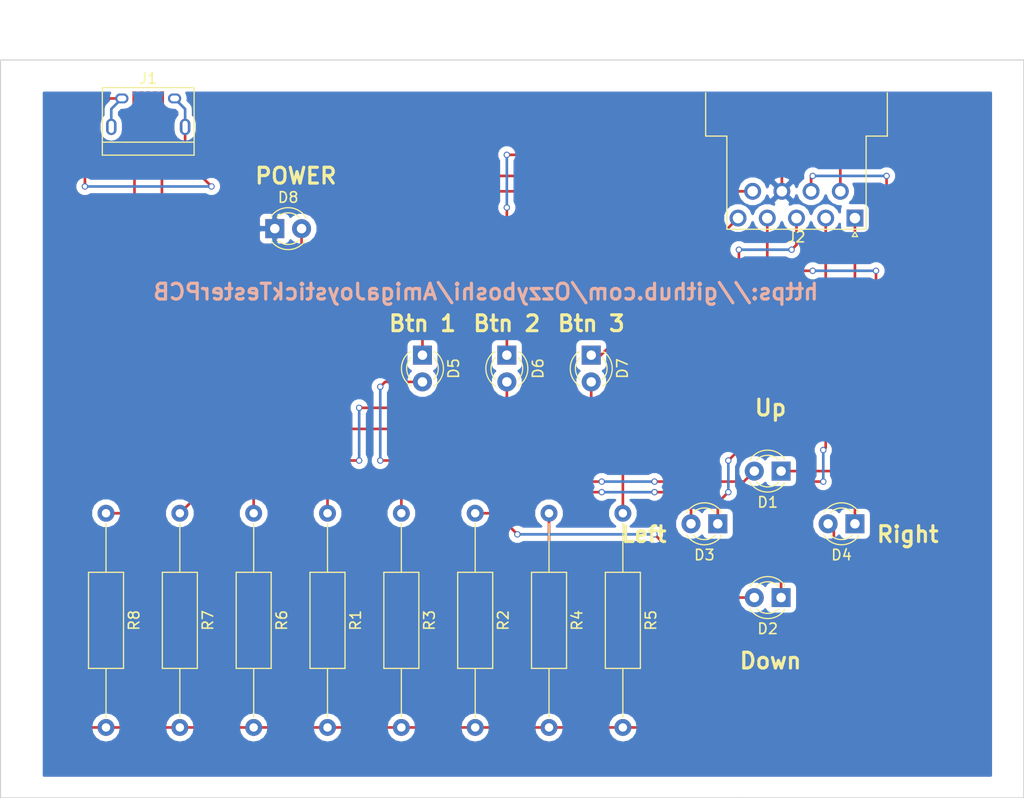
<source format=kicad_pcb>
(kicad_pcb (version 4) (host pcbnew 4.0.7)

  (general
    (links 30)
    (no_connects 0)
    (area 37.949999 25.949999 135.050001 96.050001)
    (thickness 1.6)
    (drawings 15)
    (tracks 136)
    (zones 0)
    (modules 18)
    (nets 21)
  )

  (page A4)
  (layers
    (0 F.Cu signal)
    (31 B.Cu signal)
    (32 B.Adhes user)
    (33 F.Adhes user)
    (34 B.Paste user)
    (35 F.Paste user)
    (36 B.SilkS user)
    (37 F.SilkS user)
    (38 B.Mask user)
    (39 F.Mask user)
    (40 Dwgs.User user)
    (41 Cmts.User user)
    (42 Eco1.User user)
    (43 Eco2.User user)
    (44 Edge.Cuts user)
    (45 Margin user)
    (46 B.CrtYd user)
    (47 F.CrtYd user)
    (48 B.Fab user)
    (49 F.Fab user)
  )

  (setup
    (last_trace_width 0.25)
    (trace_clearance 0.2)
    (zone_clearance 0.508)
    (zone_45_only no)
    (trace_min 0.2)
    (segment_width 0.2)
    (edge_width 0.1)
    (via_size 0.6)
    (via_drill 0.4)
    (via_min_size 0.4)
    (via_min_drill 0.3)
    (uvia_size 0.3)
    (uvia_drill 0.1)
    (uvias_allowed no)
    (uvia_min_size 0.2)
    (uvia_min_drill 0.1)
    (pcb_text_width 0.3)
    (pcb_text_size 1.5 1.5)
    (mod_edge_width 0.15)
    (mod_text_size 1 1)
    (mod_text_width 0.15)
    (pad_size 1.5 1.5)
    (pad_drill 0.6)
    (pad_to_mask_clearance 0)
    (aux_axis_origin 0 0)
    (visible_elements FFFFFF7F)
    (pcbplotparams
      (layerselection 0x00030_80000001)
      (usegerberextensions false)
      (excludeedgelayer true)
      (linewidth 0.100000)
      (plotframeref false)
      (viasonmask false)
      (mode 1)
      (useauxorigin false)
      (hpglpennumber 1)
      (hpglpenspeed 20)
      (hpglpendiameter 15)
      (hpglpenoverlay 2)
      (psnegative false)
      (psa4output false)
      (plotreference true)
      (plotvalue true)
      (plotinvisibletext false)
      (padsonsilk false)
      (subtractmaskfromsilk false)
      (outputformat 1)
      (mirror false)
      (drillshape 1)
      (scaleselection 1)
      (outputdirectory ""))
  )

  (net 0 "")
  (net 1 /UP)
  (net 2 "Net-(D1-Pad2)")
  (net 3 /DOWN)
  (net 4 "Net-(D2-Pad2)")
  (net 5 /LEFT)
  (net 6 "Net-(D3-Pad2)")
  (net 7 /RIGHT)
  (net 8 "Net-(D4-Pad2)")
  (net 9 /BUTTON1)
  (net 10 "Net-(D5-Pad2)")
  (net 11 /BUTTON2)
  (net 12 "Net-(D6-Pad2)")
  (net 13 /BUTTON3)
  (net 14 "Net-(D7-Pad2)")
  (net 15 /GROUND)
  (net 16 "Net-(D8-Pad2)")
  (net 17 /VCC)
  (net 18 "Net-(J1-Pad2)")
  (net 19 "Net-(J1-Pad3)")
  (net 20 "Net-(J1-Pad6)")

  (net_class Default "This is the default net class."
    (clearance 0.2)
    (trace_width 0.25)
    (via_dia 0.6)
    (via_drill 0.4)
    (uvia_dia 0.3)
    (uvia_drill 0.1)
    (add_net /BUTTON1)
    (add_net /BUTTON2)
    (add_net /BUTTON3)
    (add_net /DOWN)
    (add_net /GROUND)
    (add_net /LEFT)
    (add_net /RIGHT)
    (add_net /UP)
    (add_net /VCC)
    (add_net "Net-(D1-Pad2)")
    (add_net "Net-(D2-Pad2)")
    (add_net "Net-(D3-Pad2)")
    (add_net "Net-(D4-Pad2)")
    (add_net "Net-(D5-Pad2)")
    (add_net "Net-(D6-Pad2)")
    (add_net "Net-(D7-Pad2)")
    (add_net "Net-(D8-Pad2)")
    (add_net "Net-(J1-Pad2)")
    (add_net "Net-(J1-Pad3)")
    (add_net "Net-(J1-Pad6)")
  )

  (module LEDs:LED_D3.0mm (layer F.Cu) (tedit 587A3A7B) (tstamp 5A9173B6)
    (at 112 65 180)
    (descr "LED, diameter 3.0mm, 2 pins")
    (tags "LED diameter 3.0mm 2 pins")
    (path /5A8C1285)
    (fp_text reference D1 (at 1.27 -2.96 180) (layer F.SilkS)
      (effects (font (size 1 1) (thickness 0.15)))
    )
    (fp_text value LED (at 1.27 2.96 180) (layer F.Fab)
      (effects (font (size 1 1) (thickness 0.15)))
    )
    (fp_arc (start 1.27 0) (end -0.23 -1.16619) (angle 284.3) (layer F.Fab) (width 0.1))
    (fp_arc (start 1.27 0) (end -0.29 -1.235516) (angle 108.8) (layer F.SilkS) (width 0.12))
    (fp_arc (start 1.27 0) (end -0.29 1.235516) (angle -108.8) (layer F.SilkS) (width 0.12))
    (fp_arc (start 1.27 0) (end 0.229039 -1.08) (angle 87.9) (layer F.SilkS) (width 0.12))
    (fp_arc (start 1.27 0) (end 0.229039 1.08) (angle -87.9) (layer F.SilkS) (width 0.12))
    (fp_circle (center 1.27 0) (end 2.77 0) (layer F.Fab) (width 0.1))
    (fp_line (start -0.23 -1.16619) (end -0.23 1.16619) (layer F.Fab) (width 0.1))
    (fp_line (start -0.29 -1.236) (end -0.29 -1.08) (layer F.SilkS) (width 0.12))
    (fp_line (start -0.29 1.08) (end -0.29 1.236) (layer F.SilkS) (width 0.12))
    (fp_line (start -1.15 -2.25) (end -1.15 2.25) (layer F.CrtYd) (width 0.05))
    (fp_line (start -1.15 2.25) (end 3.7 2.25) (layer F.CrtYd) (width 0.05))
    (fp_line (start 3.7 2.25) (end 3.7 -2.25) (layer F.CrtYd) (width 0.05))
    (fp_line (start 3.7 -2.25) (end -1.15 -2.25) (layer F.CrtYd) (width 0.05))
    (pad 1 thru_hole rect (at 0 0 180) (size 1.8 1.8) (drill 0.9) (layers *.Cu *.Mask)
      (net 1 /UP))
    (pad 2 thru_hole circle (at 2.54 0 180) (size 1.8 1.8) (drill 0.9) (layers *.Cu *.Mask)
      (net 2 "Net-(D1-Pad2)"))
    (model ${KISYS3DMOD}/LEDs.3dshapes/LED_D3.0mm.wrl
      (at (xyz 0 0 0))
      (scale (xyz 0.393701 0.393701 0.393701))
      (rotate (xyz 0 0 0))
    )
  )

  (module LEDs:LED_D3.0mm (layer F.Cu) (tedit 587A3A7B) (tstamp 5A9173BC)
    (at 112 77 180)
    (descr "LED, diameter 3.0mm, 2 pins")
    (tags "LED diameter 3.0mm 2 pins")
    (path /5A8C1860)
    (fp_text reference D2 (at 1.27 -2.96 180) (layer F.SilkS)
      (effects (font (size 1 1) (thickness 0.15)))
    )
    (fp_text value LED (at 1.27 2.96 180) (layer F.Fab)
      (effects (font (size 1 1) (thickness 0.15)))
    )
    (fp_arc (start 1.27 0) (end -0.23 -1.16619) (angle 284.3) (layer F.Fab) (width 0.1))
    (fp_arc (start 1.27 0) (end -0.29 -1.235516) (angle 108.8) (layer F.SilkS) (width 0.12))
    (fp_arc (start 1.27 0) (end -0.29 1.235516) (angle -108.8) (layer F.SilkS) (width 0.12))
    (fp_arc (start 1.27 0) (end 0.229039 -1.08) (angle 87.9) (layer F.SilkS) (width 0.12))
    (fp_arc (start 1.27 0) (end 0.229039 1.08) (angle -87.9) (layer F.SilkS) (width 0.12))
    (fp_circle (center 1.27 0) (end 2.77 0) (layer F.Fab) (width 0.1))
    (fp_line (start -0.23 -1.16619) (end -0.23 1.16619) (layer F.Fab) (width 0.1))
    (fp_line (start -0.29 -1.236) (end -0.29 -1.08) (layer F.SilkS) (width 0.12))
    (fp_line (start -0.29 1.08) (end -0.29 1.236) (layer F.SilkS) (width 0.12))
    (fp_line (start -1.15 -2.25) (end -1.15 2.25) (layer F.CrtYd) (width 0.05))
    (fp_line (start -1.15 2.25) (end 3.7 2.25) (layer F.CrtYd) (width 0.05))
    (fp_line (start 3.7 2.25) (end 3.7 -2.25) (layer F.CrtYd) (width 0.05))
    (fp_line (start 3.7 -2.25) (end -1.15 -2.25) (layer F.CrtYd) (width 0.05))
    (pad 1 thru_hole rect (at 0 0 180) (size 1.8 1.8) (drill 0.9) (layers *.Cu *.Mask)
      (net 3 /DOWN))
    (pad 2 thru_hole circle (at 2.54 0 180) (size 1.8 1.8) (drill 0.9) (layers *.Cu *.Mask)
      (net 4 "Net-(D2-Pad2)"))
    (model ${KISYS3DMOD}/LEDs.3dshapes/LED_D3.0mm.wrl
      (at (xyz 0 0 0))
      (scale (xyz 0.393701 0.393701 0.393701))
      (rotate (xyz 0 0 0))
    )
  )

  (module LEDs:LED_D3.0mm (layer F.Cu) (tedit 587A3A7B) (tstamp 5A9173C2)
    (at 106 70 180)
    (descr "LED, diameter 3.0mm, 2 pins")
    (tags "LED diameter 3.0mm 2 pins")
    (path /5A8C3255)
    (fp_text reference D3 (at 1.27 -2.96 180) (layer F.SilkS)
      (effects (font (size 1 1) (thickness 0.15)))
    )
    (fp_text value LED (at 1.27 2.96 180) (layer F.Fab)
      (effects (font (size 1 1) (thickness 0.15)))
    )
    (fp_arc (start 1.27 0) (end -0.23 -1.16619) (angle 284.3) (layer F.Fab) (width 0.1))
    (fp_arc (start 1.27 0) (end -0.29 -1.235516) (angle 108.8) (layer F.SilkS) (width 0.12))
    (fp_arc (start 1.27 0) (end -0.29 1.235516) (angle -108.8) (layer F.SilkS) (width 0.12))
    (fp_arc (start 1.27 0) (end 0.229039 -1.08) (angle 87.9) (layer F.SilkS) (width 0.12))
    (fp_arc (start 1.27 0) (end 0.229039 1.08) (angle -87.9) (layer F.SilkS) (width 0.12))
    (fp_circle (center 1.27 0) (end 2.77 0) (layer F.Fab) (width 0.1))
    (fp_line (start -0.23 -1.16619) (end -0.23 1.16619) (layer F.Fab) (width 0.1))
    (fp_line (start -0.29 -1.236) (end -0.29 -1.08) (layer F.SilkS) (width 0.12))
    (fp_line (start -0.29 1.08) (end -0.29 1.236) (layer F.SilkS) (width 0.12))
    (fp_line (start -1.15 -2.25) (end -1.15 2.25) (layer F.CrtYd) (width 0.05))
    (fp_line (start -1.15 2.25) (end 3.7 2.25) (layer F.CrtYd) (width 0.05))
    (fp_line (start 3.7 2.25) (end 3.7 -2.25) (layer F.CrtYd) (width 0.05))
    (fp_line (start 3.7 -2.25) (end -1.15 -2.25) (layer F.CrtYd) (width 0.05))
    (pad 1 thru_hole rect (at 0 0 180) (size 1.8 1.8) (drill 0.9) (layers *.Cu *.Mask)
      (net 5 /LEFT))
    (pad 2 thru_hole circle (at 2.54 0 180) (size 1.8 1.8) (drill 0.9) (layers *.Cu *.Mask)
      (net 6 "Net-(D3-Pad2)"))
    (model ${KISYS3DMOD}/LEDs.3dshapes/LED_D3.0mm.wrl
      (at (xyz 0 0 0))
      (scale (xyz 0.393701 0.393701 0.393701))
      (rotate (xyz 0 0 0))
    )
  )

  (module LEDs:LED_D3.0mm (layer F.Cu) (tedit 587A3A7B) (tstamp 5A9173C8)
    (at 119 70 180)
    (descr "LED, diameter 3.0mm, 2 pins")
    (tags "LED diameter 3.0mm 2 pins")
    (path /5A8C32A2)
    (fp_text reference D4 (at 1.27 -2.96 180) (layer F.SilkS)
      (effects (font (size 1 1) (thickness 0.15)))
    )
    (fp_text value LED (at 1.27 2.96 180) (layer F.Fab)
      (effects (font (size 1 1) (thickness 0.15)))
    )
    (fp_arc (start 1.27 0) (end -0.23 -1.16619) (angle 284.3) (layer F.Fab) (width 0.1))
    (fp_arc (start 1.27 0) (end -0.29 -1.235516) (angle 108.8) (layer F.SilkS) (width 0.12))
    (fp_arc (start 1.27 0) (end -0.29 1.235516) (angle -108.8) (layer F.SilkS) (width 0.12))
    (fp_arc (start 1.27 0) (end 0.229039 -1.08) (angle 87.9) (layer F.SilkS) (width 0.12))
    (fp_arc (start 1.27 0) (end 0.229039 1.08) (angle -87.9) (layer F.SilkS) (width 0.12))
    (fp_circle (center 1.27 0) (end 2.77 0) (layer F.Fab) (width 0.1))
    (fp_line (start -0.23 -1.16619) (end -0.23 1.16619) (layer F.Fab) (width 0.1))
    (fp_line (start -0.29 -1.236) (end -0.29 -1.08) (layer F.SilkS) (width 0.12))
    (fp_line (start -0.29 1.08) (end -0.29 1.236) (layer F.SilkS) (width 0.12))
    (fp_line (start -1.15 -2.25) (end -1.15 2.25) (layer F.CrtYd) (width 0.05))
    (fp_line (start -1.15 2.25) (end 3.7 2.25) (layer F.CrtYd) (width 0.05))
    (fp_line (start 3.7 2.25) (end 3.7 -2.25) (layer F.CrtYd) (width 0.05))
    (fp_line (start 3.7 -2.25) (end -1.15 -2.25) (layer F.CrtYd) (width 0.05))
    (pad 1 thru_hole rect (at 0 0 180) (size 1.8 1.8) (drill 0.9) (layers *.Cu *.Mask)
      (net 7 /RIGHT))
    (pad 2 thru_hole circle (at 2.54 0 180) (size 1.8 1.8) (drill 0.9) (layers *.Cu *.Mask)
      (net 8 "Net-(D4-Pad2)"))
    (model ${KISYS3DMOD}/LEDs.3dshapes/LED_D3.0mm.wrl
      (at (xyz 0 0 0))
      (scale (xyz 0.393701 0.393701 0.393701))
      (rotate (xyz 0 0 0))
    )
  )

  (module LEDs:LED_D3.0mm (layer F.Cu) (tedit 587A3A7B) (tstamp 5A9173CE)
    (at 78 54 270)
    (descr "LED, diameter 3.0mm, 2 pins")
    (tags "LED diameter 3.0mm 2 pins")
    (path /5A8D76FB)
    (fp_text reference D5 (at 1.27 -2.96 270) (layer F.SilkS)
      (effects (font (size 1 1) (thickness 0.15)))
    )
    (fp_text value LED (at 1.27 2.96 270) (layer F.Fab)
      (effects (font (size 1 1) (thickness 0.15)))
    )
    (fp_arc (start 1.27 0) (end -0.23 -1.16619) (angle 284.3) (layer F.Fab) (width 0.1))
    (fp_arc (start 1.27 0) (end -0.29 -1.235516) (angle 108.8) (layer F.SilkS) (width 0.12))
    (fp_arc (start 1.27 0) (end -0.29 1.235516) (angle -108.8) (layer F.SilkS) (width 0.12))
    (fp_arc (start 1.27 0) (end 0.229039 -1.08) (angle 87.9) (layer F.SilkS) (width 0.12))
    (fp_arc (start 1.27 0) (end 0.229039 1.08) (angle -87.9) (layer F.SilkS) (width 0.12))
    (fp_circle (center 1.27 0) (end 2.77 0) (layer F.Fab) (width 0.1))
    (fp_line (start -0.23 -1.16619) (end -0.23 1.16619) (layer F.Fab) (width 0.1))
    (fp_line (start -0.29 -1.236) (end -0.29 -1.08) (layer F.SilkS) (width 0.12))
    (fp_line (start -0.29 1.08) (end -0.29 1.236) (layer F.SilkS) (width 0.12))
    (fp_line (start -1.15 -2.25) (end -1.15 2.25) (layer F.CrtYd) (width 0.05))
    (fp_line (start -1.15 2.25) (end 3.7 2.25) (layer F.CrtYd) (width 0.05))
    (fp_line (start 3.7 2.25) (end 3.7 -2.25) (layer F.CrtYd) (width 0.05))
    (fp_line (start 3.7 -2.25) (end -1.15 -2.25) (layer F.CrtYd) (width 0.05))
    (pad 1 thru_hole rect (at 0 0 270) (size 1.8 1.8) (drill 0.9) (layers *.Cu *.Mask)
      (net 9 /BUTTON1))
    (pad 2 thru_hole circle (at 2.54 0 270) (size 1.8 1.8) (drill 0.9) (layers *.Cu *.Mask)
      (net 10 "Net-(D5-Pad2)"))
    (model ${KISYS3DMOD}/LEDs.3dshapes/LED_D3.0mm.wrl
      (at (xyz 0 0 0))
      (scale (xyz 0.393701 0.393701 0.393701))
      (rotate (xyz 0 0 0))
    )
  )

  (module LEDs:LED_D3.0mm (layer F.Cu) (tedit 587A3A7B) (tstamp 5A9173D4)
    (at 86 54 270)
    (descr "LED, diameter 3.0mm, 2 pins")
    (tags "LED diameter 3.0mm 2 pins")
    (path /5A8D7742)
    (fp_text reference D6 (at 1.27 -2.96 270) (layer F.SilkS)
      (effects (font (size 1 1) (thickness 0.15)))
    )
    (fp_text value LED (at 1.27 2.96 270) (layer F.Fab)
      (effects (font (size 1 1) (thickness 0.15)))
    )
    (fp_arc (start 1.27 0) (end -0.23 -1.16619) (angle 284.3) (layer F.Fab) (width 0.1))
    (fp_arc (start 1.27 0) (end -0.29 -1.235516) (angle 108.8) (layer F.SilkS) (width 0.12))
    (fp_arc (start 1.27 0) (end -0.29 1.235516) (angle -108.8) (layer F.SilkS) (width 0.12))
    (fp_arc (start 1.27 0) (end 0.229039 -1.08) (angle 87.9) (layer F.SilkS) (width 0.12))
    (fp_arc (start 1.27 0) (end 0.229039 1.08) (angle -87.9) (layer F.SilkS) (width 0.12))
    (fp_circle (center 1.27 0) (end 2.77 0) (layer F.Fab) (width 0.1))
    (fp_line (start -0.23 -1.16619) (end -0.23 1.16619) (layer F.Fab) (width 0.1))
    (fp_line (start -0.29 -1.236) (end -0.29 -1.08) (layer F.SilkS) (width 0.12))
    (fp_line (start -0.29 1.08) (end -0.29 1.236) (layer F.SilkS) (width 0.12))
    (fp_line (start -1.15 -2.25) (end -1.15 2.25) (layer F.CrtYd) (width 0.05))
    (fp_line (start -1.15 2.25) (end 3.7 2.25) (layer F.CrtYd) (width 0.05))
    (fp_line (start 3.7 2.25) (end 3.7 -2.25) (layer F.CrtYd) (width 0.05))
    (fp_line (start 3.7 -2.25) (end -1.15 -2.25) (layer F.CrtYd) (width 0.05))
    (pad 1 thru_hole rect (at 0 0 270) (size 1.8 1.8) (drill 0.9) (layers *.Cu *.Mask)
      (net 11 /BUTTON2))
    (pad 2 thru_hole circle (at 2.54 0 270) (size 1.8 1.8) (drill 0.9) (layers *.Cu *.Mask)
      (net 12 "Net-(D6-Pad2)"))
    (model ${KISYS3DMOD}/LEDs.3dshapes/LED_D3.0mm.wrl
      (at (xyz 0 0 0))
      (scale (xyz 0.393701 0.393701 0.393701))
      (rotate (xyz 0 0 0))
    )
  )

  (module LEDs:LED_D3.0mm (layer F.Cu) (tedit 587A3A7B) (tstamp 5A9173DA)
    (at 94 54 270)
    (descr "LED, diameter 3.0mm, 2 pins")
    (tags "LED diameter 3.0mm 2 pins")
    (path /5A8E7EA0)
    (fp_text reference D7 (at 1.27 -2.96 270) (layer F.SilkS)
      (effects (font (size 1 1) (thickness 0.15)))
    )
    (fp_text value LED (at 1.27 2.96 270) (layer F.Fab)
      (effects (font (size 1 1) (thickness 0.15)))
    )
    (fp_arc (start 1.27 0) (end -0.23 -1.16619) (angle 284.3) (layer F.Fab) (width 0.1))
    (fp_arc (start 1.27 0) (end -0.29 -1.235516) (angle 108.8) (layer F.SilkS) (width 0.12))
    (fp_arc (start 1.27 0) (end -0.29 1.235516) (angle -108.8) (layer F.SilkS) (width 0.12))
    (fp_arc (start 1.27 0) (end 0.229039 -1.08) (angle 87.9) (layer F.SilkS) (width 0.12))
    (fp_arc (start 1.27 0) (end 0.229039 1.08) (angle -87.9) (layer F.SilkS) (width 0.12))
    (fp_circle (center 1.27 0) (end 2.77 0) (layer F.Fab) (width 0.1))
    (fp_line (start -0.23 -1.16619) (end -0.23 1.16619) (layer F.Fab) (width 0.1))
    (fp_line (start -0.29 -1.236) (end -0.29 -1.08) (layer F.SilkS) (width 0.12))
    (fp_line (start -0.29 1.08) (end -0.29 1.236) (layer F.SilkS) (width 0.12))
    (fp_line (start -1.15 -2.25) (end -1.15 2.25) (layer F.CrtYd) (width 0.05))
    (fp_line (start -1.15 2.25) (end 3.7 2.25) (layer F.CrtYd) (width 0.05))
    (fp_line (start 3.7 2.25) (end 3.7 -2.25) (layer F.CrtYd) (width 0.05))
    (fp_line (start 3.7 -2.25) (end -1.15 -2.25) (layer F.CrtYd) (width 0.05))
    (pad 1 thru_hole rect (at 0 0 270) (size 1.8 1.8) (drill 0.9) (layers *.Cu *.Mask)
      (net 13 /BUTTON3))
    (pad 2 thru_hole circle (at 2.54 0 270) (size 1.8 1.8) (drill 0.9) (layers *.Cu *.Mask)
      (net 14 "Net-(D7-Pad2)"))
    (model ${KISYS3DMOD}/LEDs.3dshapes/LED_D3.0mm.wrl
      (at (xyz 0 0 0))
      (scale (xyz 0.393701 0.393701 0.393701))
      (rotate (xyz 0 0 0))
    )
  )

  (module LEDs:LED_D3.0mm (layer F.Cu) (tedit 587A3A7B) (tstamp 5A9173E0)
    (at 64 42)
    (descr "LED, diameter 3.0mm, 2 pins")
    (tags "LED diameter 3.0mm 2 pins")
    (path /5A8BEA2A)
    (fp_text reference D8 (at 1.27 -2.96) (layer F.SilkS)
      (effects (font (size 1 1) (thickness 0.15)))
    )
    (fp_text value LED (at 1.27 2.96) (layer F.Fab)
      (effects (font (size 1 1) (thickness 0.15)))
    )
    (fp_arc (start 1.27 0) (end -0.23 -1.16619) (angle 284.3) (layer F.Fab) (width 0.1))
    (fp_arc (start 1.27 0) (end -0.29 -1.235516) (angle 108.8) (layer F.SilkS) (width 0.12))
    (fp_arc (start 1.27 0) (end -0.29 1.235516) (angle -108.8) (layer F.SilkS) (width 0.12))
    (fp_arc (start 1.27 0) (end 0.229039 -1.08) (angle 87.9) (layer F.SilkS) (width 0.12))
    (fp_arc (start 1.27 0) (end 0.229039 1.08) (angle -87.9) (layer F.SilkS) (width 0.12))
    (fp_circle (center 1.27 0) (end 2.77 0) (layer F.Fab) (width 0.1))
    (fp_line (start -0.23 -1.16619) (end -0.23 1.16619) (layer F.Fab) (width 0.1))
    (fp_line (start -0.29 -1.236) (end -0.29 -1.08) (layer F.SilkS) (width 0.12))
    (fp_line (start -0.29 1.08) (end -0.29 1.236) (layer F.SilkS) (width 0.12))
    (fp_line (start -1.15 -2.25) (end -1.15 2.25) (layer F.CrtYd) (width 0.05))
    (fp_line (start -1.15 2.25) (end 3.7 2.25) (layer F.CrtYd) (width 0.05))
    (fp_line (start 3.7 2.25) (end 3.7 -2.25) (layer F.CrtYd) (width 0.05))
    (fp_line (start 3.7 -2.25) (end -1.15 -2.25) (layer F.CrtYd) (width 0.05))
    (pad 1 thru_hole rect (at 0 0) (size 1.8 1.8) (drill 0.9) (layers *.Cu *.Mask)
      (net 15 /GROUND))
    (pad 2 thru_hole circle (at 2.54 0) (size 1.8 1.8) (drill 0.9) (layers *.Cu *.Mask)
      (net 16 "Net-(D8-Pad2)"))
    (model ${KISYS3DMOD}/LEDs.3dshapes/LED_D3.0mm.wrl
      (at (xyz 0 0 0))
      (scale (xyz 0.393701 0.393701 0.393701))
      (rotate (xyz 0 0 0))
    )
  )

  (module Connectors:USB_Micro-B (layer F.Cu) (tedit 5543E447) (tstamp 5A9173ED)
    (at 52 31)
    (descr "Micro USB Type B Receptacle")
    (tags "USB USB_B USB_micro USB_OTG")
    (path /5A8BE68E)
    (attr smd)
    (fp_text reference J1 (at 0 -3.24) (layer F.SilkS)
      (effects (font (size 1 1) (thickness 0.15)))
    )
    (fp_text value USB_OTG (at 0 5.01) (layer F.Fab)
      (effects (font (size 1 1) (thickness 0.15)))
    )
    (fp_line (start -4.6 -2.59) (end 4.6 -2.59) (layer F.CrtYd) (width 0.05))
    (fp_line (start 4.6 -2.59) (end 4.6 4.26) (layer F.CrtYd) (width 0.05))
    (fp_line (start 4.6 4.26) (end -4.6 4.26) (layer F.CrtYd) (width 0.05))
    (fp_line (start -4.6 4.26) (end -4.6 -2.59) (layer F.CrtYd) (width 0.05))
    (fp_line (start -4.35 4.03) (end 4.35 4.03) (layer F.SilkS) (width 0.12))
    (fp_line (start -4.35 -2.38) (end 4.35 -2.38) (layer F.SilkS) (width 0.12))
    (fp_line (start 4.35 -2.38) (end 4.35 4.03) (layer F.SilkS) (width 0.12))
    (fp_line (start 4.35 2.8) (end -4.35 2.8) (layer F.SilkS) (width 0.12))
    (fp_line (start -4.35 4.03) (end -4.35 -2.38) (layer F.SilkS) (width 0.12))
    (pad 1 smd rect (at -1.3 -1.35 90) (size 1.35 0.4) (layers F.Cu F.Paste F.Mask)
      (net 17 /VCC))
    (pad 2 smd rect (at -0.65 -1.35 90) (size 1.35 0.4) (layers F.Cu F.Paste F.Mask)
      (net 18 "Net-(J1-Pad2)"))
    (pad 3 smd rect (at 0 -1.35 90) (size 1.35 0.4) (layers F.Cu F.Paste F.Mask)
      (net 19 "Net-(J1-Pad3)"))
    (pad 4 smd rect (at 0.65 -1.35 90) (size 1.35 0.4) (layers F.Cu F.Paste F.Mask)
      (net 15 /GROUND))
    (pad 5 smd rect (at 1.3 -1.35 90) (size 1.35 0.4) (layers F.Cu F.Paste F.Mask)
      (net 15 /GROUND))
    (pad 6 thru_hole oval (at -2.5 -1.35 90) (size 0.95 1.25) (drill oval 0.55 0.85) (layers *.Cu *.Mask)
      (net 20 "Net-(J1-Pad6)"))
    (pad 6 thru_hole oval (at 2.5 -1.35 90) (size 0.95 1.25) (drill oval 0.55 0.85) (layers *.Cu *.Mask)
      (net 20 "Net-(J1-Pad6)"))
    (pad 6 thru_hole oval (at -3.5 1.35 90) (size 1.55 1) (drill oval 1.15 0.5) (layers *.Cu *.Mask)
      (net 20 "Net-(J1-Pad6)"))
    (pad 6 thru_hole oval (at 3.5 1.35 90) (size 1.55 1) (drill oval 1.15 0.5) (layers *.Cu *.Mask)
      (net 20 "Net-(J1-Pad6)"))
  )

  (module Connectors_DSub:DSUB-9_Male_Horizontal_Pitch2.77x2.54mm_EdgePinOffset9.40mm (layer F.Cu) (tedit 59F2C3AC) (tstamp 5A9173FA)
    (at 119 41 180)
    (descr "9-pin D-Sub connector, horizontal/angled (90 deg), THT-mount, male, pitch 2.77x2.54mm, pin-PCB-offset 9.4mm, see http://docs-europe.electrocomponents.com/webdocs/1585/0900766b81585df2.pdf")
    (tags "9-pin D-Sub connector horizontal angled 90deg THT male pitch 2.77x2.54mm pin-PCB-offset 9.4mm")
    (path /5A8BE726)
    (fp_text reference J2 (at 5.54 -1.8 180) (layer F.SilkS)
      (effects (font (size 1 1) (thickness 0.15)))
    )
    (fp_text value DB9_Male (at 5.54 19.84 180) (layer F.Fab)
      (effects (font (size 1 1) (thickness 0.15)))
    )
    (fp_line (start -0.1 0) (end -0.1 7.84) (layer F.Fab) (width 0.1))
    (fp_line (start 0 0) (end 0 7.84) (layer F.Fab) (width 0.1))
    (fp_line (start 0.1 0) (end 0.1 7.84) (layer F.Fab) (width 0.1))
    (fp_line (start 2.67 0) (end 2.67 7.84) (layer F.Fab) (width 0.1))
    (fp_line (start 2.77 0) (end 2.77 7.84) (layer F.Fab) (width 0.1))
    (fp_line (start 2.87 0) (end 2.87 7.84) (layer F.Fab) (width 0.1))
    (fp_line (start 5.44 0) (end 5.44 7.84) (layer F.Fab) (width 0.1))
    (fp_line (start 5.54 0) (end 5.54 7.84) (layer F.Fab) (width 0.1))
    (fp_line (start 5.64 0) (end 5.64 7.84) (layer F.Fab) (width 0.1))
    (fp_line (start 8.21 0) (end 8.21 7.84) (layer F.Fab) (width 0.1))
    (fp_line (start 8.31 0) (end 8.31 7.84) (layer F.Fab) (width 0.1))
    (fp_line (start 8.41 0) (end 8.41 7.84) (layer F.Fab) (width 0.1))
    (fp_line (start 10.98 0) (end 10.98 7.84) (layer F.Fab) (width 0.1))
    (fp_line (start 11.08 0) (end 11.08 7.84) (layer F.Fab) (width 0.1))
    (fp_line (start 11.18 0) (end 11.18 7.84) (layer F.Fab) (width 0.1))
    (fp_line (start 1.285 2.54) (end 1.285 7.84) (layer F.Fab) (width 0.1))
    (fp_line (start 1.385 2.54) (end 1.385 7.84) (layer F.Fab) (width 0.1))
    (fp_line (start 1.485 2.54) (end 1.485 7.84) (layer F.Fab) (width 0.1))
    (fp_line (start 4.055 2.54) (end 4.055 7.84) (layer F.Fab) (width 0.1))
    (fp_line (start 4.155 2.54) (end 4.155 7.84) (layer F.Fab) (width 0.1))
    (fp_line (start 4.255 2.54) (end 4.255 7.84) (layer F.Fab) (width 0.1))
    (fp_line (start 6.825 2.54) (end 6.825 7.84) (layer F.Fab) (width 0.1))
    (fp_line (start 6.925 2.54) (end 6.925 7.84) (layer F.Fab) (width 0.1))
    (fp_line (start 7.025 2.54) (end 7.025 7.84) (layer F.Fab) (width 0.1))
    (fp_line (start 9.595 2.54) (end 9.595 7.84) (layer F.Fab) (width 0.1))
    (fp_line (start 9.695 2.54) (end 9.695 7.84) (layer F.Fab) (width 0.1))
    (fp_line (start 9.795 2.54) (end 9.795 7.84) (layer F.Fab) (width 0.1))
    (fp_line (start -3.01 7.84) (end -3.01 11.94) (layer F.Fab) (width 0.1))
    (fp_line (start -3.01 11.94) (end 14.09 11.94) (layer F.Fab) (width 0.1))
    (fp_line (start 14.09 11.94) (end 14.09 7.84) (layer F.Fab) (width 0.1))
    (fp_line (start 14.09 7.84) (end -3.01 7.84) (layer F.Fab) (width 0.1))
    (fp_line (start -9.885 11.94) (end -9.885 12.34) (layer F.Fab) (width 0.1))
    (fp_line (start -9.885 12.34) (end 20.965 12.34) (layer F.Fab) (width 0.1))
    (fp_line (start 20.965 12.34) (end 20.965 11.94) (layer F.Fab) (width 0.1))
    (fp_line (start 20.965 11.94) (end -9.885 11.94) (layer F.Fab) (width 0.1))
    (fp_line (start -2.61 12.34) (end -2.61 18.34) (layer F.Fab) (width 0.1))
    (fp_line (start -2.61 18.34) (end 13.69 18.34) (layer F.Fab) (width 0.1))
    (fp_line (start 13.69 18.34) (end 13.69 12.34) (layer F.Fab) (width 0.1))
    (fp_line (start 13.69 12.34) (end -2.61 12.34) (layer F.Fab) (width 0.1))
    (fp_line (start -3.07 11.88) (end -3.07 7.78) (layer F.SilkS) (width 0.12))
    (fp_line (start -3.07 7.78) (end -1.06 7.78) (layer F.SilkS) (width 0.12))
    (fp_line (start -1.06 7.78) (end -1.06 -1.06) (layer F.SilkS) (width 0.12))
    (fp_line (start -1.06 -1.06) (end 12.14 -1.06) (layer F.SilkS) (width 0.12))
    (fp_line (start 12.14 -1.06) (end 12.14 7.78) (layer F.SilkS) (width 0.12))
    (fp_line (start 12.14 7.78) (end 14.15 7.78) (layer F.SilkS) (width 0.12))
    (fp_line (start 14.15 7.78) (end 14.15 11.88) (layer F.SilkS) (width 0.12))
    (fp_line (start -0.25 -1.754338) (end 0.25 -1.754338) (layer F.SilkS) (width 0.12))
    (fp_line (start 0.25 -1.754338) (end 0 -1.321325) (layer F.SilkS) (width 0.12))
    (fp_line (start 0 -1.321325) (end -0.25 -1.754338) (layer F.SilkS) (width 0.12))
    (fp_line (start -3.15 18.85) (end -3.15 12.85) (layer F.CrtYd) (width 0.05))
    (fp_line (start -3.15 12.85) (end -10.4 12.85) (layer F.CrtYd) (width 0.05))
    (fp_line (start -10.4 12.85) (end -10.4 11.45) (layer F.CrtYd) (width 0.05))
    (fp_line (start -10.4 11.45) (end -3.55 11.45) (layer F.CrtYd) (width 0.05))
    (fp_line (start -3.55 11.45) (end -3.55 7.35) (layer F.CrtYd) (width 0.05))
    (fp_line (start -3.55 7.35) (end -1.3 7.35) (layer F.CrtYd) (width 0.05))
    (fp_line (start -1.3 7.35) (end -1.3 -1.35) (layer F.CrtYd) (width 0.05))
    (fp_line (start -1.3 -1.35) (end 12.4 -1.35) (layer F.CrtYd) (width 0.05))
    (fp_line (start 12.4 -1.35) (end 12.4 7.35) (layer F.CrtYd) (width 0.05))
    (fp_line (start 12.4 7.35) (end 14.6 7.35) (layer F.CrtYd) (width 0.05))
    (fp_line (start 14.6 7.35) (end 14.6 11.45) (layer F.CrtYd) (width 0.05))
    (fp_line (start 14.6 11.45) (end 21.5 11.45) (layer F.CrtYd) (width 0.05))
    (fp_line (start 21.5 11.45) (end 21.5 12.85) (layer F.CrtYd) (width 0.05))
    (fp_line (start 21.5 12.85) (end 14.2 12.85) (layer F.CrtYd) (width 0.05))
    (fp_line (start 14.2 12.85) (end 14.2 18.85) (layer F.CrtYd) (width 0.05))
    (fp_line (start 14.2 18.85) (end -3.15 18.85) (layer F.CrtYd) (width 0.05))
    (fp_text user %R (at 5.54 15.34 180) (layer F.Fab)
      (effects (font (size 1 1) (thickness 0.15)))
    )
    (pad 1 thru_hole rect (at 0 0 180) (size 1.6 1.6) (drill 1) (layers *.Cu *.Mask)
      (net 1 /UP))
    (pad 2 thru_hole circle (at 2.77 0 180) (size 1.6 1.6) (drill 1) (layers *.Cu *.Mask)
      (net 3 /DOWN))
    (pad 3 thru_hole circle (at 5.54 0 180) (size 1.6 1.6) (drill 1) (layers *.Cu *.Mask)
      (net 5 /LEFT))
    (pad 4 thru_hole circle (at 8.31 0 180) (size 1.6 1.6) (drill 1) (layers *.Cu *.Mask)
      (net 7 /RIGHT))
    (pad 5 thru_hole circle (at 11.08 0 180) (size 1.6 1.6) (drill 1) (layers *.Cu *.Mask)
      (net 13 /BUTTON3))
    (pad 6 thru_hole circle (at 1.385 2.54 180) (size 1.6 1.6) (drill 1) (layers *.Cu *.Mask)
      (net 11 /BUTTON2))
    (pad 7 thru_hole circle (at 4.155 2.54 180) (size 1.6 1.6) (drill 1) (layers *.Cu *.Mask)
      (net 17 /VCC))
    (pad 8 thru_hole circle (at 6.925 2.54 180) (size 1.6 1.6) (drill 1) (layers *.Cu *.Mask)
      (net 15 /GROUND))
    (pad 9 thru_hole circle (at 9.695 2.54 180) (size 1.6 1.6) (drill 1) (layers *.Cu *.Mask)
      (net 9 /BUTTON1))
    (model ${KISYS3DMOD}/Connectors_DSub.3dshapes/DSUB-9_Male_Horizontal_Pitch2.77x2.54mm_EdgePinOffset9.40mm.wrl
      (at (xyz 0 0 0))
      (scale (xyz 1 1 1))
      (rotate (xyz 0 0 0))
    )
  )

  (module Resistors_THT:R_Axial_DIN0309_L9.0mm_D3.2mm_P20.32mm_Horizontal (layer F.Cu) (tedit 5874F706) (tstamp 5A917400)
    (at 69 69 270)
    (descr "Resistor, Axial_DIN0309 series, Axial, Horizontal, pin pitch=20.32mm, 0.5W = 1/2W, length*diameter=9*3.2mm^2, http://cdn-reichelt.de/documents/datenblatt/B400/1_4W%23YAG.pdf")
    (tags "Resistor Axial_DIN0309 series Axial Horizontal pin pitch 20.32mm 0.5W = 1/2W length 9mm diameter 3.2mm")
    (path /5A8C1312)
    (fp_text reference R1 (at 10.16 -2.66 270) (layer F.SilkS)
      (effects (font (size 1 1) (thickness 0.15)))
    )
    (fp_text value R (at 10.16 2.66 270) (layer F.Fab)
      (effects (font (size 1 1) (thickness 0.15)))
    )
    (fp_line (start 5.66 -1.6) (end 5.66 1.6) (layer F.Fab) (width 0.1))
    (fp_line (start 5.66 1.6) (end 14.66 1.6) (layer F.Fab) (width 0.1))
    (fp_line (start 14.66 1.6) (end 14.66 -1.6) (layer F.Fab) (width 0.1))
    (fp_line (start 14.66 -1.6) (end 5.66 -1.6) (layer F.Fab) (width 0.1))
    (fp_line (start 0 0) (end 5.66 0) (layer F.Fab) (width 0.1))
    (fp_line (start 20.32 0) (end 14.66 0) (layer F.Fab) (width 0.1))
    (fp_line (start 5.6 -1.66) (end 5.6 1.66) (layer F.SilkS) (width 0.12))
    (fp_line (start 5.6 1.66) (end 14.72 1.66) (layer F.SilkS) (width 0.12))
    (fp_line (start 14.72 1.66) (end 14.72 -1.66) (layer F.SilkS) (width 0.12))
    (fp_line (start 14.72 -1.66) (end 5.6 -1.66) (layer F.SilkS) (width 0.12))
    (fp_line (start 0.98 0) (end 5.6 0) (layer F.SilkS) (width 0.12))
    (fp_line (start 19.34 0) (end 14.72 0) (layer F.SilkS) (width 0.12))
    (fp_line (start -1.05 -1.95) (end -1.05 1.95) (layer F.CrtYd) (width 0.05))
    (fp_line (start -1.05 1.95) (end 21.4 1.95) (layer F.CrtYd) (width 0.05))
    (fp_line (start 21.4 1.95) (end 21.4 -1.95) (layer F.CrtYd) (width 0.05))
    (fp_line (start 21.4 -1.95) (end -1.05 -1.95) (layer F.CrtYd) (width 0.05))
    (pad 1 thru_hole circle (at 0 0 270) (size 1.6 1.6) (drill 0.8) (layers *.Cu *.Mask)
      (net 2 "Net-(D1-Pad2)"))
    (pad 2 thru_hole oval (at 20.32 0 270) (size 1.6 1.6) (drill 0.8) (layers *.Cu *.Mask)
      (net 17 /VCC))
    (model ${KISYS3DMOD}/Resistors_THT.3dshapes/R_Axial_DIN0309_L9.0mm_D3.2mm_P20.32mm_Horizontal.wrl
      (at (xyz 0 0 0))
      (scale (xyz 0.393701 0.393701 0.393701))
      (rotate (xyz 0 0 0))
    )
  )

  (module Resistors_THT:R_Axial_DIN0309_L9.0mm_D3.2mm_P20.32mm_Horizontal (layer F.Cu) (tedit 5874F706) (tstamp 5A917406)
    (at 83 69 270)
    (descr "Resistor, Axial_DIN0309 series, Axial, Horizontal, pin pitch=20.32mm, 0.5W = 1/2W, length*diameter=9*3.2mm^2, http://cdn-reichelt.de/documents/datenblatt/B400/1_4W%23YAG.pdf")
    (tags "Resistor Axial_DIN0309 series Axial Horizontal pin pitch 20.32mm 0.5W = 1/2W length 9mm diameter 3.2mm")
    (path /5A8C189D)
    (fp_text reference R2 (at 10.16 -2.66 270) (layer F.SilkS)
      (effects (font (size 1 1) (thickness 0.15)))
    )
    (fp_text value R (at 10.16 2.66 270) (layer F.Fab)
      (effects (font (size 1 1) (thickness 0.15)))
    )
    (fp_line (start 5.66 -1.6) (end 5.66 1.6) (layer F.Fab) (width 0.1))
    (fp_line (start 5.66 1.6) (end 14.66 1.6) (layer F.Fab) (width 0.1))
    (fp_line (start 14.66 1.6) (end 14.66 -1.6) (layer F.Fab) (width 0.1))
    (fp_line (start 14.66 -1.6) (end 5.66 -1.6) (layer F.Fab) (width 0.1))
    (fp_line (start 0 0) (end 5.66 0) (layer F.Fab) (width 0.1))
    (fp_line (start 20.32 0) (end 14.66 0) (layer F.Fab) (width 0.1))
    (fp_line (start 5.6 -1.66) (end 5.6 1.66) (layer F.SilkS) (width 0.12))
    (fp_line (start 5.6 1.66) (end 14.72 1.66) (layer F.SilkS) (width 0.12))
    (fp_line (start 14.72 1.66) (end 14.72 -1.66) (layer F.SilkS) (width 0.12))
    (fp_line (start 14.72 -1.66) (end 5.6 -1.66) (layer F.SilkS) (width 0.12))
    (fp_line (start 0.98 0) (end 5.6 0) (layer F.SilkS) (width 0.12))
    (fp_line (start 19.34 0) (end 14.72 0) (layer F.SilkS) (width 0.12))
    (fp_line (start -1.05 -1.95) (end -1.05 1.95) (layer F.CrtYd) (width 0.05))
    (fp_line (start -1.05 1.95) (end 21.4 1.95) (layer F.CrtYd) (width 0.05))
    (fp_line (start 21.4 1.95) (end 21.4 -1.95) (layer F.CrtYd) (width 0.05))
    (fp_line (start 21.4 -1.95) (end -1.05 -1.95) (layer F.CrtYd) (width 0.05))
    (pad 1 thru_hole circle (at 0 0 270) (size 1.6 1.6) (drill 0.8) (layers *.Cu *.Mask)
      (net 4 "Net-(D2-Pad2)"))
    (pad 2 thru_hole oval (at 20.32 0 270) (size 1.6 1.6) (drill 0.8) (layers *.Cu *.Mask)
      (net 17 /VCC))
    (model ${KISYS3DMOD}/Resistors_THT.3dshapes/R_Axial_DIN0309_L9.0mm_D3.2mm_P20.32mm_Horizontal.wrl
      (at (xyz 0 0 0))
      (scale (xyz 0.393701 0.393701 0.393701))
      (rotate (xyz 0 0 0))
    )
  )

  (module Resistors_THT:R_Axial_DIN0309_L9.0mm_D3.2mm_P20.32mm_Horizontal (layer F.Cu) (tedit 5874F706) (tstamp 5A91740C)
    (at 76 69 270)
    (descr "Resistor, Axial_DIN0309 series, Axial, Horizontal, pin pitch=20.32mm, 0.5W = 1/2W, length*diameter=9*3.2mm^2, http://cdn-reichelt.de/documents/datenblatt/B400/1_4W%23YAG.pdf")
    (tags "Resistor Axial_DIN0309 series Axial Horizontal pin pitch 20.32mm 0.5W = 1/2W length 9mm diameter 3.2mm")
    (path /5A8C31EA)
    (fp_text reference R3 (at 10.16 -2.66 270) (layer F.SilkS)
      (effects (font (size 1 1) (thickness 0.15)))
    )
    (fp_text value R (at 10.16 2.66 270) (layer F.Fab)
      (effects (font (size 1 1) (thickness 0.15)))
    )
    (fp_line (start 5.66 -1.6) (end 5.66 1.6) (layer F.Fab) (width 0.1))
    (fp_line (start 5.66 1.6) (end 14.66 1.6) (layer F.Fab) (width 0.1))
    (fp_line (start 14.66 1.6) (end 14.66 -1.6) (layer F.Fab) (width 0.1))
    (fp_line (start 14.66 -1.6) (end 5.66 -1.6) (layer F.Fab) (width 0.1))
    (fp_line (start 0 0) (end 5.66 0) (layer F.Fab) (width 0.1))
    (fp_line (start 20.32 0) (end 14.66 0) (layer F.Fab) (width 0.1))
    (fp_line (start 5.6 -1.66) (end 5.6 1.66) (layer F.SilkS) (width 0.12))
    (fp_line (start 5.6 1.66) (end 14.72 1.66) (layer F.SilkS) (width 0.12))
    (fp_line (start 14.72 1.66) (end 14.72 -1.66) (layer F.SilkS) (width 0.12))
    (fp_line (start 14.72 -1.66) (end 5.6 -1.66) (layer F.SilkS) (width 0.12))
    (fp_line (start 0.98 0) (end 5.6 0) (layer F.SilkS) (width 0.12))
    (fp_line (start 19.34 0) (end 14.72 0) (layer F.SilkS) (width 0.12))
    (fp_line (start -1.05 -1.95) (end -1.05 1.95) (layer F.CrtYd) (width 0.05))
    (fp_line (start -1.05 1.95) (end 21.4 1.95) (layer F.CrtYd) (width 0.05))
    (fp_line (start 21.4 1.95) (end 21.4 -1.95) (layer F.CrtYd) (width 0.05))
    (fp_line (start 21.4 -1.95) (end -1.05 -1.95) (layer F.CrtYd) (width 0.05))
    (pad 1 thru_hole circle (at 0 0 270) (size 1.6 1.6) (drill 0.8) (layers *.Cu *.Mask)
      (net 6 "Net-(D3-Pad2)"))
    (pad 2 thru_hole oval (at 20.32 0 270) (size 1.6 1.6) (drill 0.8) (layers *.Cu *.Mask)
      (net 17 /VCC))
    (model ${KISYS3DMOD}/Resistors_THT.3dshapes/R_Axial_DIN0309_L9.0mm_D3.2mm_P20.32mm_Horizontal.wrl
      (at (xyz 0 0 0))
      (scale (xyz 0.393701 0.393701 0.393701))
      (rotate (xyz 0 0 0))
    )
  )

  (module Resistors_THT:R_Axial_DIN0309_L9.0mm_D3.2mm_P20.32mm_Horizontal (layer F.Cu) (tedit 5874F706) (tstamp 5A917412)
    (at 90 69 270)
    (descr "Resistor, Axial_DIN0309 series, Axial, Horizontal, pin pitch=20.32mm, 0.5W = 1/2W, length*diameter=9*3.2mm^2, http://cdn-reichelt.de/documents/datenblatt/B400/1_4W%23YAG.pdf")
    (tags "Resistor Axial_DIN0309 series Axial Horizontal pin pitch 20.32mm 0.5W = 1/2W length 9mm diameter 3.2mm")
    (path /5A8C3219)
    (fp_text reference R4 (at 10.16 -2.66 270) (layer F.SilkS)
      (effects (font (size 1 1) (thickness 0.15)))
    )
    (fp_text value R (at 10.16 2.66 270) (layer F.Fab)
      (effects (font (size 1 1) (thickness 0.15)))
    )
    (fp_line (start 5.66 -1.6) (end 5.66 1.6) (layer F.Fab) (width 0.1))
    (fp_line (start 5.66 1.6) (end 14.66 1.6) (layer F.Fab) (width 0.1))
    (fp_line (start 14.66 1.6) (end 14.66 -1.6) (layer F.Fab) (width 0.1))
    (fp_line (start 14.66 -1.6) (end 5.66 -1.6) (layer F.Fab) (width 0.1))
    (fp_line (start 0 0) (end 5.66 0) (layer F.Fab) (width 0.1))
    (fp_line (start 20.32 0) (end 14.66 0) (layer F.Fab) (width 0.1))
    (fp_line (start 5.6 -1.66) (end 5.6 1.66) (layer F.SilkS) (width 0.12))
    (fp_line (start 5.6 1.66) (end 14.72 1.66) (layer F.SilkS) (width 0.12))
    (fp_line (start 14.72 1.66) (end 14.72 -1.66) (layer F.SilkS) (width 0.12))
    (fp_line (start 14.72 -1.66) (end 5.6 -1.66) (layer F.SilkS) (width 0.12))
    (fp_line (start 0.98 0) (end 5.6 0) (layer F.SilkS) (width 0.12))
    (fp_line (start 19.34 0) (end 14.72 0) (layer F.SilkS) (width 0.12))
    (fp_line (start -1.05 -1.95) (end -1.05 1.95) (layer F.CrtYd) (width 0.05))
    (fp_line (start -1.05 1.95) (end 21.4 1.95) (layer F.CrtYd) (width 0.05))
    (fp_line (start 21.4 1.95) (end 21.4 -1.95) (layer F.CrtYd) (width 0.05))
    (fp_line (start 21.4 -1.95) (end -1.05 -1.95) (layer F.CrtYd) (width 0.05))
    (pad 1 thru_hole circle (at 0 0 270) (size 1.6 1.6) (drill 0.8) (layers *.Cu *.Mask)
      (net 8 "Net-(D4-Pad2)"))
    (pad 2 thru_hole oval (at 20.32 0 270) (size 1.6 1.6) (drill 0.8) (layers *.Cu *.Mask)
      (net 17 /VCC))
    (model ${KISYS3DMOD}/Resistors_THT.3dshapes/R_Axial_DIN0309_L9.0mm_D3.2mm_P20.32mm_Horizontal.wrl
      (at (xyz 0 0 0))
      (scale (xyz 0.393701 0.393701 0.393701))
      (rotate (xyz 0 0 0))
    )
  )

  (module Resistors_THT:R_Axial_DIN0309_L9.0mm_D3.2mm_P20.32mm_Horizontal (layer F.Cu) (tedit 5874F706) (tstamp 5A917418)
    (at 97 69 270)
    (descr "Resistor, Axial_DIN0309 series, Axial, Horizontal, pin pitch=20.32mm, 0.5W = 1/2W, length*diameter=9*3.2mm^2, http://cdn-reichelt.de/documents/datenblatt/B400/1_4W%23YAG.pdf")
    (tags "Resistor Axial_DIN0309 series Axial Horizontal pin pitch 20.32mm 0.5W = 1/2W length 9mm diameter 3.2mm")
    (path /5A8D736E)
    (fp_text reference R5 (at 10.16 -2.66 270) (layer F.SilkS)
      (effects (font (size 1 1) (thickness 0.15)))
    )
    (fp_text value R (at 10.16 2.66 270) (layer F.Fab)
      (effects (font (size 1 1) (thickness 0.15)))
    )
    (fp_line (start 5.66 -1.6) (end 5.66 1.6) (layer F.Fab) (width 0.1))
    (fp_line (start 5.66 1.6) (end 14.66 1.6) (layer F.Fab) (width 0.1))
    (fp_line (start 14.66 1.6) (end 14.66 -1.6) (layer F.Fab) (width 0.1))
    (fp_line (start 14.66 -1.6) (end 5.66 -1.6) (layer F.Fab) (width 0.1))
    (fp_line (start 0 0) (end 5.66 0) (layer F.Fab) (width 0.1))
    (fp_line (start 20.32 0) (end 14.66 0) (layer F.Fab) (width 0.1))
    (fp_line (start 5.6 -1.66) (end 5.6 1.66) (layer F.SilkS) (width 0.12))
    (fp_line (start 5.6 1.66) (end 14.72 1.66) (layer F.SilkS) (width 0.12))
    (fp_line (start 14.72 1.66) (end 14.72 -1.66) (layer F.SilkS) (width 0.12))
    (fp_line (start 14.72 -1.66) (end 5.6 -1.66) (layer F.SilkS) (width 0.12))
    (fp_line (start 0.98 0) (end 5.6 0) (layer F.SilkS) (width 0.12))
    (fp_line (start 19.34 0) (end 14.72 0) (layer F.SilkS) (width 0.12))
    (fp_line (start -1.05 -1.95) (end -1.05 1.95) (layer F.CrtYd) (width 0.05))
    (fp_line (start -1.05 1.95) (end 21.4 1.95) (layer F.CrtYd) (width 0.05))
    (fp_line (start 21.4 1.95) (end 21.4 -1.95) (layer F.CrtYd) (width 0.05))
    (fp_line (start 21.4 -1.95) (end -1.05 -1.95) (layer F.CrtYd) (width 0.05))
    (pad 1 thru_hole circle (at 0 0 270) (size 1.6 1.6) (drill 0.8) (layers *.Cu *.Mask)
      (net 10 "Net-(D5-Pad2)"))
    (pad 2 thru_hole oval (at 20.32 0 270) (size 1.6 1.6) (drill 0.8) (layers *.Cu *.Mask)
      (net 17 /VCC))
    (model ${KISYS3DMOD}/Resistors_THT.3dshapes/R_Axial_DIN0309_L9.0mm_D3.2mm_P20.32mm_Horizontal.wrl
      (at (xyz 0 0 0))
      (scale (xyz 0.393701 0.393701 0.393701))
      (rotate (xyz 0 0 0))
    )
  )

  (module Resistors_THT:R_Axial_DIN0309_L9.0mm_D3.2mm_P20.32mm_Horizontal (layer F.Cu) (tedit 5874F706) (tstamp 5A91741E)
    (at 62 69 270)
    (descr "Resistor, Axial_DIN0309 series, Axial, Horizontal, pin pitch=20.32mm, 0.5W = 1/2W, length*diameter=9*3.2mm^2, http://cdn-reichelt.de/documents/datenblatt/B400/1_4W%23YAG.pdf")
    (tags "Resistor Axial_DIN0309 series Axial Horizontal pin pitch 20.32mm 0.5W = 1/2W length 9mm diameter 3.2mm")
    (path /5A8D76B5)
    (fp_text reference R6 (at 10.16 -2.66 270) (layer F.SilkS)
      (effects (font (size 1 1) (thickness 0.15)))
    )
    (fp_text value R (at 10.16 2.66 270) (layer F.Fab)
      (effects (font (size 1 1) (thickness 0.15)))
    )
    (fp_line (start 5.66 -1.6) (end 5.66 1.6) (layer F.Fab) (width 0.1))
    (fp_line (start 5.66 1.6) (end 14.66 1.6) (layer F.Fab) (width 0.1))
    (fp_line (start 14.66 1.6) (end 14.66 -1.6) (layer F.Fab) (width 0.1))
    (fp_line (start 14.66 -1.6) (end 5.66 -1.6) (layer F.Fab) (width 0.1))
    (fp_line (start 0 0) (end 5.66 0) (layer F.Fab) (width 0.1))
    (fp_line (start 20.32 0) (end 14.66 0) (layer F.Fab) (width 0.1))
    (fp_line (start 5.6 -1.66) (end 5.6 1.66) (layer F.SilkS) (width 0.12))
    (fp_line (start 5.6 1.66) (end 14.72 1.66) (layer F.SilkS) (width 0.12))
    (fp_line (start 14.72 1.66) (end 14.72 -1.66) (layer F.SilkS) (width 0.12))
    (fp_line (start 14.72 -1.66) (end 5.6 -1.66) (layer F.SilkS) (width 0.12))
    (fp_line (start 0.98 0) (end 5.6 0) (layer F.SilkS) (width 0.12))
    (fp_line (start 19.34 0) (end 14.72 0) (layer F.SilkS) (width 0.12))
    (fp_line (start -1.05 -1.95) (end -1.05 1.95) (layer F.CrtYd) (width 0.05))
    (fp_line (start -1.05 1.95) (end 21.4 1.95) (layer F.CrtYd) (width 0.05))
    (fp_line (start 21.4 1.95) (end 21.4 -1.95) (layer F.CrtYd) (width 0.05))
    (fp_line (start 21.4 -1.95) (end -1.05 -1.95) (layer F.CrtYd) (width 0.05))
    (pad 1 thru_hole circle (at 0 0 270) (size 1.6 1.6) (drill 0.8) (layers *.Cu *.Mask)
      (net 12 "Net-(D6-Pad2)"))
    (pad 2 thru_hole oval (at 20.32 0 270) (size 1.6 1.6) (drill 0.8) (layers *.Cu *.Mask)
      (net 17 /VCC))
    (model ${KISYS3DMOD}/Resistors_THT.3dshapes/R_Axial_DIN0309_L9.0mm_D3.2mm_P20.32mm_Horizontal.wrl
      (at (xyz 0 0 0))
      (scale (xyz 0.393701 0.393701 0.393701))
      (rotate (xyz 0 0 0))
    )
  )

  (module Resistors_THT:R_Axial_DIN0309_L9.0mm_D3.2mm_P20.32mm_Horizontal (layer F.Cu) (tedit 5874F706) (tstamp 5A917424)
    (at 55 69 270)
    (descr "Resistor, Axial_DIN0309 series, Axial, Horizontal, pin pitch=20.32mm, 0.5W = 1/2W, length*diameter=9*3.2mm^2, http://cdn-reichelt.de/documents/datenblatt/B400/1_4W%23YAG.pdf")
    (tags "Resistor Axial_DIN0309 series Axial Horizontal pin pitch 20.32mm 0.5W = 1/2W length 9mm diameter 3.2mm")
    (path /5A8E7E57)
    (fp_text reference R7 (at 10.16 -2.66 270) (layer F.SilkS)
      (effects (font (size 1 1) (thickness 0.15)))
    )
    (fp_text value R (at 10.16 2.66 270) (layer F.Fab)
      (effects (font (size 1 1) (thickness 0.15)))
    )
    (fp_line (start 5.66 -1.6) (end 5.66 1.6) (layer F.Fab) (width 0.1))
    (fp_line (start 5.66 1.6) (end 14.66 1.6) (layer F.Fab) (width 0.1))
    (fp_line (start 14.66 1.6) (end 14.66 -1.6) (layer F.Fab) (width 0.1))
    (fp_line (start 14.66 -1.6) (end 5.66 -1.6) (layer F.Fab) (width 0.1))
    (fp_line (start 0 0) (end 5.66 0) (layer F.Fab) (width 0.1))
    (fp_line (start 20.32 0) (end 14.66 0) (layer F.Fab) (width 0.1))
    (fp_line (start 5.6 -1.66) (end 5.6 1.66) (layer F.SilkS) (width 0.12))
    (fp_line (start 5.6 1.66) (end 14.72 1.66) (layer F.SilkS) (width 0.12))
    (fp_line (start 14.72 1.66) (end 14.72 -1.66) (layer F.SilkS) (width 0.12))
    (fp_line (start 14.72 -1.66) (end 5.6 -1.66) (layer F.SilkS) (width 0.12))
    (fp_line (start 0.98 0) (end 5.6 0) (layer F.SilkS) (width 0.12))
    (fp_line (start 19.34 0) (end 14.72 0) (layer F.SilkS) (width 0.12))
    (fp_line (start -1.05 -1.95) (end -1.05 1.95) (layer F.CrtYd) (width 0.05))
    (fp_line (start -1.05 1.95) (end 21.4 1.95) (layer F.CrtYd) (width 0.05))
    (fp_line (start 21.4 1.95) (end 21.4 -1.95) (layer F.CrtYd) (width 0.05))
    (fp_line (start 21.4 -1.95) (end -1.05 -1.95) (layer F.CrtYd) (width 0.05))
    (pad 1 thru_hole circle (at 0 0 270) (size 1.6 1.6) (drill 0.8) (layers *.Cu *.Mask)
      (net 14 "Net-(D7-Pad2)"))
    (pad 2 thru_hole oval (at 20.32 0 270) (size 1.6 1.6) (drill 0.8) (layers *.Cu *.Mask)
      (net 17 /VCC))
    (model ${KISYS3DMOD}/Resistors_THT.3dshapes/R_Axial_DIN0309_L9.0mm_D3.2mm_P20.32mm_Horizontal.wrl
      (at (xyz 0 0 0))
      (scale (xyz 0.393701 0.393701 0.393701))
      (rotate (xyz 0 0 0))
    )
  )

  (module Resistors_THT:R_Axial_DIN0309_L9.0mm_D3.2mm_P20.32mm_Horizontal (layer F.Cu) (tedit 5874F706) (tstamp 5A91742A)
    (at 48 69 270)
    (descr "Resistor, Axial_DIN0309 series, Axial, Horizontal, pin pitch=20.32mm, 0.5W = 1/2W, length*diameter=9*3.2mm^2, http://cdn-reichelt.de/documents/datenblatt/B400/1_4W%23YAG.pdf")
    (tags "Resistor Axial_DIN0309 series Axial Horizontal pin pitch 20.32mm 0.5W = 1/2W length 9mm diameter 3.2mm")
    (path /5A8BE9A0)
    (fp_text reference R8 (at 10.16 -2.66 270) (layer F.SilkS)
      (effects (font (size 1 1) (thickness 0.15)))
    )
    (fp_text value R (at 10.16 2.66 270) (layer F.Fab)
      (effects (font (size 1 1) (thickness 0.15)))
    )
    (fp_line (start 5.66 -1.6) (end 5.66 1.6) (layer F.Fab) (width 0.1))
    (fp_line (start 5.66 1.6) (end 14.66 1.6) (layer F.Fab) (width 0.1))
    (fp_line (start 14.66 1.6) (end 14.66 -1.6) (layer F.Fab) (width 0.1))
    (fp_line (start 14.66 -1.6) (end 5.66 -1.6) (layer F.Fab) (width 0.1))
    (fp_line (start 0 0) (end 5.66 0) (layer F.Fab) (width 0.1))
    (fp_line (start 20.32 0) (end 14.66 0) (layer F.Fab) (width 0.1))
    (fp_line (start 5.6 -1.66) (end 5.6 1.66) (layer F.SilkS) (width 0.12))
    (fp_line (start 5.6 1.66) (end 14.72 1.66) (layer F.SilkS) (width 0.12))
    (fp_line (start 14.72 1.66) (end 14.72 -1.66) (layer F.SilkS) (width 0.12))
    (fp_line (start 14.72 -1.66) (end 5.6 -1.66) (layer F.SilkS) (width 0.12))
    (fp_line (start 0.98 0) (end 5.6 0) (layer F.SilkS) (width 0.12))
    (fp_line (start 19.34 0) (end 14.72 0) (layer F.SilkS) (width 0.12))
    (fp_line (start -1.05 -1.95) (end -1.05 1.95) (layer F.CrtYd) (width 0.05))
    (fp_line (start -1.05 1.95) (end 21.4 1.95) (layer F.CrtYd) (width 0.05))
    (fp_line (start 21.4 1.95) (end 21.4 -1.95) (layer F.CrtYd) (width 0.05))
    (fp_line (start 21.4 -1.95) (end -1.05 -1.95) (layer F.CrtYd) (width 0.05))
    (pad 1 thru_hole circle (at 0 0 270) (size 1.6 1.6) (drill 0.8) (layers *.Cu *.Mask)
      (net 16 "Net-(D8-Pad2)"))
    (pad 2 thru_hole oval (at 20.32 0 270) (size 1.6 1.6) (drill 0.8) (layers *.Cu *.Mask)
      (net 17 /VCC))
    (model ${KISYS3DMOD}/Resistors_THT.3dshapes/R_Axial_DIN0309_L9.0mm_D3.2mm_P20.32mm_Horizontal.wrl
      (at (xyz 0 0 0))
      (scale (xyz 0.393701 0.393701 0.393701))
      (rotate (xyz 0 0 0))
    )
  )

  (gr_text "Btn 3" (at 94 51) (layer F.SilkS)
    (effects (font (size 1.5 1.5) (thickness 0.3)))
  )
  (gr_text "Btn 2" (at 86 51) (layer F.SilkS)
    (effects (font (size 1.5 1.5) (thickness 0.3)))
  )
  (gr_text "Btn 1" (at 78 51) (layer F.SilkS)
    (effects (font (size 1.5 1.5) (thickness 0.3)))
  )
  (gr_text POWER (at 66 37) (layer F.SilkS)
    (effects (font (size 1.5 1.5) (thickness 0.3)))
  )
  (gr_text Down (at 111 83) (layer F.SilkS)
    (effects (font (size 1.5 1.5) (thickness 0.3)))
  )
  (gr_text Right (at 124 71) (layer F.SilkS)
    (effects (font (size 1.5 1.5) (thickness 0.3)))
  )
  (gr_text Left (at 99 71) (layer F.SilkS)
    (effects (font (size 1.5 1.5) (thickness 0.3)))
  )
  (gr_text Up (at 111 59) (layer F.SilkS)
    (effects (font (size 1.5 1.5) (thickness 0.3)))
  )
  (gr_text https://github.com/Ozzyboshi/AmigaJoystickTesterPCB (at 84 48) (layer B.SilkS)
    (effects (font (size 1.5 1.5) (thickness 0.3)) (justify mirror))
  )
  (gr_line (start 135 26) (end 38 26) (angle 90) (layer Edge.Cuts) (width 0.1))
  (gr_line (start 135 96) (end 135 26) (angle 90) (layer Edge.Cuts) (width 0.1))
  (gr_line (start 108 96) (end 135 96) (angle 90) (layer Edge.Cuts) (width 0.1))
  (gr_line (start 65 96) (end 108 96) (angle 90) (layer Edge.Cuts) (width 0.1))
  (gr_line (start 38 96) (end 65 96) (angle 90) (layer Edge.Cuts) (width 0.1))
  (gr_line (start 38 26) (end 38 96) (angle 90) (layer Edge.Cuts) (width 0.1))

  (segment (start 119 41) (end 119 65) (width 0.25) (layer F.Cu) (net 1))
  (segment (start 119 65) (end 112 65) (width 0.25) (layer F.Cu) (net 1) (tstamp 5A91931D))
  (segment (start 100 66) (end 108.46 66) (width 0.25) (layer F.Cu) (net 2))
  (segment (start 69 66) (end 95 66) (width 0.25) (layer F.Cu) (net 2) (tstamp 5A917F10))
  (via (at 95 66) (size 0.6) (drill 0.4) (layers F.Cu B.Cu) (net 2))
  (segment (start 95 66) (end 100 66) (width 0.25) (layer B.Cu) (net 2) (tstamp 5A917F17))
  (via (at 100 66) (size 0.6) (drill 0.4) (layers F.Cu B.Cu) (net 2))
  (segment (start 69 69) (end 69 66) (width 0.25) (layer F.Cu) (net 2))
  (segment (start 108.46 66) (end 109.46 65) (width 0.25) (layer F.Cu) (net 2) (tstamp 5A91930F))
  (segment (start 116.23 41) (end 116.23 62.77) (width 0.25) (layer F.Cu) (net 3))
  (segment (start 112 68) (end 112 77) (width 0.25) (layer F.Cu) (net 3) (tstamp 5A91933D))
  (segment (start 114 66) (end 112 68) (width 0.25) (layer F.Cu) (net 3) (tstamp 5A91933C))
  (segment (start 116 66) (end 114 66) (width 0.25) (layer F.Cu) (net 3) (tstamp 5A91933B))
  (via (at 116 66) (size 0.6) (drill 0.4) (layers F.Cu B.Cu) (net 3))
  (segment (start 116 63) (end 116 66) (width 0.25) (layer B.Cu) (net 3) (tstamp 5A919338))
  (via (at 116 63) (size 0.6) (drill 0.4) (layers F.Cu B.Cu) (net 3))
  (segment (start 116.23 62.77) (end 116 63) (width 0.25) (layer F.Cu) (net 3) (tstamp 5A91932D))
  (segment (start 83 69) (end 85 69) (width 0.25) (layer F.Cu) (net 4))
  (segment (start 106 77) (end 109.46 77) (width 0.25) (layer F.Cu) (net 4) (tstamp 5A9193EE))
  (segment (start 100 71) (end 106 77) (width 0.25) (layer F.Cu) (net 4) (tstamp 5A9193ED))
  (via (at 100 71) (size 0.6) (drill 0.4) (layers F.Cu B.Cu) (net 4))
  (segment (start 87 71) (end 100 71) (width 0.25) (layer B.Cu) (net 4) (tstamp 5A9193DF))
  (via (at 87 71) (size 0.6) (drill 0.4) (layers F.Cu B.Cu) (net 4))
  (segment (start 85 69) (end 87 71) (width 0.25) (layer F.Cu) (net 4) (tstamp 5A9193D0))
  (segment (start 106 70) (end 106 68) (width 0.25) (layer F.Cu) (net 5))
  (segment (start 113.46 43.54) (end 113.46 41) (width 0.25) (layer F.Cu) (net 5) (tstamp 5A91952A))
  (segment (start 113 44) (end 113.46 43.54) (width 0.25) (layer F.Cu) (net 5) (tstamp 5A919529))
  (via (at 113 44) (size 0.6) (drill 0.4) (layers F.Cu B.Cu) (net 5))
  (segment (start 108 44) (end 113 44) (width 0.25) (layer B.Cu) (net 5) (tstamp 5A919526))
  (via (at 108 44) (size 0.6) (drill 0.4) (layers F.Cu B.Cu) (net 5))
  (segment (start 108 63) (end 108 44) (width 0.25) (layer F.Cu) (net 5) (tstamp 5A919522))
  (segment (start 107 64) (end 108 63) (width 0.25) (layer F.Cu) (net 5) (tstamp 5A919521))
  (via (at 107 64) (size 0.6) (drill 0.4) (layers F.Cu B.Cu) (net 5))
  (segment (start 107 67) (end 107 64) (width 0.25) (layer B.Cu) (net 5) (tstamp 5A91951E))
  (via (at 107 67) (size 0.6) (drill 0.4) (layers F.Cu B.Cu) (net 5))
  (segment (start 106 68) (end 107 67) (width 0.25) (layer F.Cu) (net 5) (tstamp 5A91951A))
  (segment (start 76 69) (end 76 67) (width 0.25) (layer F.Cu) (net 6))
  (segment (start 103.46 67.46) (end 103.46 70) (width 0.25) (layer F.Cu) (net 6) (tstamp 5A919380))
  (segment (start 103 67) (end 103.46 67.46) (width 0.25) (layer F.Cu) (net 6) (tstamp 5A91937C))
  (segment (start 100 67) (end 103 67) (width 0.25) (layer F.Cu) (net 6) (tstamp 5A91937B))
  (via (at 100 67) (size 0.6) (drill 0.4) (layers F.Cu B.Cu) (net 6))
  (segment (start 95 67) (end 100 67) (width 0.25) (layer B.Cu) (net 6) (tstamp 5A919378))
  (via (at 95 67) (size 0.6) (drill 0.4) (layers F.Cu B.Cu) (net 6))
  (segment (start 76 67) (end 95 67) (width 0.25) (layer F.Cu) (net 6) (tstamp 5A919370))
  (segment (start 119 70) (end 119 68) (width 0.25) (layer F.Cu) (net 7))
  (segment (start 110.69 45.69) (end 110.69 41) (width 0.25) (layer F.Cu) (net 7) (tstamp 5A919426))
  (segment (start 111 46) (end 110.69 45.69) (width 0.25) (layer F.Cu) (net 7) (tstamp 5A919425))
  (segment (start 115 46) (end 111 46) (width 0.25) (layer F.Cu) (net 7) (tstamp 5A919424))
  (via (at 115 46) (size 0.6) (drill 0.4) (layers F.Cu B.Cu) (net 7))
  (segment (start 121 46) (end 115 46) (width 0.25) (layer B.Cu) (net 7) (tstamp 5A919421))
  (via (at 121 46) (size 0.6) (drill 0.4) (layers F.Cu B.Cu) (net 7))
  (segment (start 121 66) (end 121 46) (width 0.25) (layer F.Cu) (net 7) (tstamp 5A919415))
  (segment (start 119 68) (end 121 66) (width 0.25) (layer F.Cu) (net 7) (tstamp 5A91940F))
  (segment (start 90 69) (end 90 73) (width 0.25) (layer F.Cu) (net 8))
  (segment (start 117 83) (end 117 70.54) (width 0.25) (layer F.Cu) (net 8) (tstamp 5A9193C5))
  (segment (start 116 84) (end 117 83) (width 0.25) (layer F.Cu) (net 8) (tstamp 5A9193C3))
  (segment (start 106 84) (end 116 84) (width 0.25) (layer F.Cu) (net 8) (tstamp 5A9193C1))
  (segment (start 105 83) (end 106 84) (width 0.25) (layer F.Cu) (net 8) (tstamp 5A9193BF))
  (segment (start 105 78) (end 105 83) (width 0.25) (layer F.Cu) (net 8) (tstamp 5A9193B9))
  (segment (start 100 73) (end 105 78) (width 0.25) (layer F.Cu) (net 8) (tstamp 5A9193B7))
  (segment (start 90 73) (end 100 73) (width 0.25) (layer F.Cu) (net 8) (tstamp 5A9193B3))
  (segment (start 117 70.54) (end 116.46 70) (width 0.25) (layer F.Cu) (net 8) (tstamp 5A9193C7))
  (segment (start 78 54) (end 78 39) (width 0.25) (layer F.Cu) (net 9))
  (segment (start 78.54 38.46) (end 109.305 38.46) (width 0.25) (layer F.Cu) (net 9) (tstamp 5A917EA5))
  (segment (start 78 39) (end 78.54 38.46) (width 0.25) (layer F.Cu) (net 9) (tstamp 5A917EA4))
  (segment (start 97 69) (end 97 64) (width 0.25) (layer F.Cu) (net 10))
  (segment (start 74.46 56.54) (end 78 56.54) (width 0.25) (layer F.Cu) (net 10) (tstamp 5A917EF0))
  (segment (start 74 57) (end 74.46 56.54) (width 0.25) (layer F.Cu) (net 10) (tstamp 5A917EEF))
  (via (at 74 57) (size 0.6) (drill 0.4) (layers F.Cu B.Cu) (net 10))
  (segment (start 74 64) (end 74 57) (width 0.25) (layer B.Cu) (net 10) (tstamp 5A917EEB))
  (via (at 74 64) (size 0.6) (drill 0.4) (layers F.Cu B.Cu) (net 10))
  (segment (start 97 64) (end 74 64) (width 0.25) (layer F.Cu) (net 10) (tstamp 5A917EDB))
  (segment (start 86 54) (end 86 40) (width 0.25) (layer F.Cu) (net 11))
  (segment (start 117.615 35.385) (end 117.615 38.46) (width 0.25) (layer F.Cu) (net 11) (tstamp 5A917F4F))
  (segment (start 118 35) (end 117.615 35.385) (width 0.25) (layer F.Cu) (net 11) (tstamp 5A917F4D))
  (segment (start 86 35) (end 118 35) (width 0.25) (layer F.Cu) (net 11) (tstamp 5A917F4C))
  (via (at 86 35) (size 0.6) (drill 0.4) (layers F.Cu B.Cu) (net 11))
  (segment (start 86 40) (end 86 35) (width 0.25) (layer B.Cu) (net 11) (tstamp 5A917F49))
  (via (at 86 40) (size 0.6) (drill 0.4) (layers F.Cu B.Cu) (net 11))
  (segment (start 62 69) (end 62 66) (width 0.25) (layer F.Cu) (net 12))
  (segment (start 86 59) (end 86 56.54) (width 0.25) (layer F.Cu) (net 12) (tstamp 5A917ED0))
  (segment (start 72 59) (end 86 59) (width 0.25) (layer F.Cu) (net 12) (tstamp 5A917ECF))
  (via (at 72 59) (size 0.6) (drill 0.4) (layers F.Cu B.Cu) (net 12))
  (segment (start 72 64) (end 72 59) (width 0.25) (layer B.Cu) (net 12) (tstamp 5A917ECC))
  (via (at 72 64) (size 0.6) (drill 0.4) (layers F.Cu B.Cu) (net 12))
  (segment (start 64 64) (end 72 64) (width 0.25) (layer F.Cu) (net 12) (tstamp 5A917EC7))
  (segment (start 62 66) (end 64 64) (width 0.25) (layer F.Cu) (net 12) (tstamp 5A917EC1))
  (segment (start 94 54) (end 94.92 54) (width 0.25) (layer F.Cu) (net 13))
  (segment (start 94.92 54) (end 107.92 41) (width 0.25) (layer F.Cu) (net 13) (tstamp 5A917EB6))
  (segment (start 55 69) (end 63 61) (width 0.25) (layer F.Cu) (net 14))
  (segment (start 94 61) (end 94 56.54) (width 0.25) (layer F.Cu) (net 14) (tstamp 5A917DF7))
  (segment (start 63 61) (end 94 61) (width 0.25) (layer F.Cu) (net 14) (tstamp 5A917DF0))
  (segment (start 64 42) (end 64 39) (width 0.25) (layer F.Cu) (net 15))
  (segment (start 112.075 37.075) (end 112.075 38.46) (width 0.25) (layer F.Cu) (net 15) (tstamp 5A917E92))
  (segment (start 112 37) (end 112.075 37.075) (width 0.25) (layer F.Cu) (net 15) (tstamp 5A917E91))
  (segment (start 66 37) (end 112 37) (width 0.25) (layer F.Cu) (net 15) (tstamp 5A917E89))
  (segment (start 64 39) (end 66 37) (width 0.25) (layer F.Cu) (net 15) (tstamp 5A917E85))
  (segment (start 53.3 29.65) (end 53.3 40.3) (width 0.25) (layer F.Cu) (net 15))
  (segment (start 55 42) (end 64 42) (width 0.25) (layer F.Cu) (net 15) (tstamp 5A917E63))
  (segment (start 53.3 40.3) (end 55 42) (width 0.25) (layer F.Cu) (net 15) (tstamp 5A917E5A))
  (segment (start 53.3 29.65) (end 52.65 29.65) (width 0.25) (layer F.Cu) (net 15))
  (segment (start 48 69) (end 50 69) (width 0.25) (layer F.Cu) (net 16))
  (segment (start 66.54 52.46) (end 66.54 42) (width 0.25) (layer F.Cu) (net 16) (tstamp 5A917DBA))
  (segment (start 50 69) (end 66.54 52.46) (width 0.25) (layer F.Cu) (net 16) (tstamp 5A917DA7))
  (segment (start 114.845 38.46) (end 114.845 37.155) (width 0.25) (layer F.Cu) (net 17))
  (segment (start 121.68 89.32) (end 97 89.32) (width 0.25) (layer F.Cu) (net 17) (tstamp 5A919508))
  (segment (start 122 89) (end 121.68 89.32) (width 0.25) (layer F.Cu) (net 17) (tstamp 5A919503))
  (segment (start 122 37) (end 122 89) (width 0.25) (layer F.Cu) (net 17) (tstamp 5A919502))
  (via (at 122 37) (size 0.6) (drill 0.4) (layers F.Cu B.Cu) (net 17))
  (segment (start 115 37) (end 122 37) (width 0.25) (layer B.Cu) (net 17) (tstamp 5A9194FE))
  (via (at 115 37) (size 0.6) (drill 0.4) (layers F.Cu B.Cu) (net 17))
  (segment (start 114.845 37.155) (end 115 37) (width 0.25) (layer F.Cu) (net 17) (tstamp 5A9194FA))
  (segment (start 90 89.32) (end 97 89.32) (width 0.25) (layer F.Cu) (net 17))
  (segment (start 83 89.32) (end 90 89.32) (width 0.25) (layer F.Cu) (net 17))
  (segment (start 76 89.32) (end 83 89.32) (width 0.25) (layer F.Cu) (net 17))
  (segment (start 69 89.32) (end 76 89.32) (width 0.25) (layer F.Cu) (net 17))
  (segment (start 62 89.32) (end 69 89.32) (width 0.25) (layer F.Cu) (net 17))
  (segment (start 55 89.32) (end 62 89.32) (width 0.25) (layer F.Cu) (net 17))
  (segment (start 48 89.32) (end 55 89.32) (width 0.25) (layer F.Cu) (net 17))
  (segment (start 48 89.32) (end 45.32 89.32) (width 0.25) (layer F.Cu) (net 17))
  (segment (start 50.7 58.3) (end 50.7 29.65) (width 0.25) (layer F.Cu) (net 17) (tstamp 5A917D92))
  (segment (start 45 64) (end 50.7 58.3) (width 0.25) (layer F.Cu) (net 17) (tstamp 5A917D8F))
  (segment (start 45 89) (end 45 64) (width 0.25) (layer F.Cu) (net 17) (tstamp 5A917D8D))
  (segment (start 45.32 89.32) (end 45 89) (width 0.25) (layer F.Cu) (net 17) (tstamp 5A917D8B))
  (segment (start 49.5 29.65) (end 48.35 29.65) (width 0.25) (layer F.Cu) (net 20))
  (segment (start 55.5 35.5) (end 55.5 32.35) (width 0.25) (layer F.Cu) (net 20) (tstamp 5A9195DC))
  (segment (start 58 38) (end 55.5 35.5) (width 0.25) (layer F.Cu) (net 20) (tstamp 5A9195DB))
  (via (at 58 38) (size 0.6) (drill 0.4) (layers F.Cu B.Cu) (net 20))
  (segment (start 46 38) (end 58 38) (width 0.25) (layer B.Cu) (net 20) (tstamp 5A9195D8))
  (via (at 46 38) (size 0.6) (drill 0.4) (layers F.Cu B.Cu) (net 20))
  (segment (start 46 32) (end 46 38) (width 0.25) (layer F.Cu) (net 20) (tstamp 5A9195D4))
  (segment (start 48.35 29.65) (end 46 32) (width 0.25) (layer F.Cu) (net 20) (tstamp 5A9195CF))
  (segment (start 48.5 32.35) (end 48.5 30.65) (width 0.25) (layer B.Cu) (net 20))
  (segment (start 48.5 30.65) (end 49.5 29.65) (width 0.25) (layer B.Cu) (net 20) (tstamp 5A919562))
  (segment (start 55.5 32.35) (end 55.5 30.65) (width 0.25) (layer B.Cu) (net 20))
  (segment (start 55.5 30.65) (end 54.5 29.65) (width 0.25) (layer B.Cu) (net 20) (tstamp 5A91955D))

  (zone (net 15) (net_name /GROUND) (layer B.Cu) (tstamp 5A919640) (hatch edge 0.508)
    (connect_pads (clearance 0.508))
    (min_thickness 0.254)
    (fill yes (arc_segments 16) (thermal_gap 0.508) (thermal_bridge_width 0.508))
    (polygon
      (pts
        (xy 130 29) (xy 42 29) (xy 42 94) (xy 130 94) (xy 132 94)
        (xy 132 29)
      )
    )
    (filled_polygon
      (pts
        (xy 48.299809 29.225221) (xy 48.215315 29.65) (xy 48.250137 29.825061) (xy 47.962599 30.112599) (xy 47.797852 30.359161)
        (xy 47.74 30.65) (xy 47.74 31.216368) (xy 47.697434 31.24481) (xy 47.451397 31.61303) (xy 47.365 32.047376)
        (xy 47.365 32.652624) (xy 47.451397 33.08697) (xy 47.697434 33.45519) (xy 48.065654 33.701227) (xy 48.5 33.787624)
        (xy 48.934346 33.701227) (xy 49.302566 33.45519) (xy 49.548603 33.08697) (xy 49.635 32.652624) (xy 49.635 32.047376)
        (xy 49.548603 31.61303) (xy 49.302566 31.24481) (xy 49.26 31.216368) (xy 49.26 30.964802) (xy 49.464802 30.76)
        (xy 49.674685 30.76) (xy 50.099464 30.675506) (xy 50.459574 30.434889) (xy 50.700191 30.074779) (xy 50.784685 29.65)
        (xy 50.700191 29.225221) (xy 50.634562 29.127) (xy 53.365438 29.127) (xy 53.299809 29.225221) (xy 53.215315 29.65)
        (xy 53.299809 30.074779) (xy 53.540426 30.434889) (xy 53.900536 30.675506) (xy 54.325315 30.76) (xy 54.535198 30.76)
        (xy 54.74 30.964802) (xy 54.74 31.216368) (xy 54.697434 31.24481) (xy 54.451397 31.61303) (xy 54.365 32.047376)
        (xy 54.365 32.652624) (xy 54.451397 33.08697) (xy 54.697434 33.45519) (xy 55.065654 33.701227) (xy 55.5 33.787624)
        (xy 55.934346 33.701227) (xy 56.302566 33.45519) (xy 56.548603 33.08697) (xy 56.635 32.652624) (xy 56.635 32.047376)
        (xy 56.548603 31.61303) (xy 56.302566 31.24481) (xy 56.26 31.216368) (xy 56.26 30.65) (xy 56.202148 30.359161)
        (xy 56.037401 30.112599) (xy 55.749863 29.825061) (xy 55.784685 29.65) (xy 55.700191 29.225221) (xy 55.634562 29.127)
        (xy 131.873 29.127) (xy 131.873 93.873) (xy 42.127 93.873) (xy 42.127 89.291887) (xy 46.565 89.291887)
        (xy 46.565 89.348113) (xy 46.674233 89.897264) (xy 46.985302 90.362811) (xy 47.450849 90.67388) (xy 48 90.783113)
        (xy 48.549151 90.67388) (xy 49.014698 90.362811) (xy 49.325767 89.897264) (xy 49.435 89.348113) (xy 49.435 89.291887)
        (xy 53.565 89.291887) (xy 53.565 89.348113) (xy 53.674233 89.897264) (xy 53.985302 90.362811) (xy 54.450849 90.67388)
        (xy 55 90.783113) (xy 55.549151 90.67388) (xy 56.014698 90.362811) (xy 56.325767 89.897264) (xy 56.435 89.348113)
        (xy 56.435 89.291887) (xy 60.565 89.291887) (xy 60.565 89.348113) (xy 60.674233 89.897264) (xy 60.985302 90.362811)
        (xy 61.450849 90.67388) (xy 62 90.783113) (xy 62.549151 90.67388) (xy 63.014698 90.362811) (xy 63.325767 89.897264)
        (xy 63.435 89.348113) (xy 63.435 89.291887) (xy 67.565 89.291887) (xy 67.565 89.348113) (xy 67.674233 89.897264)
        (xy 67.985302 90.362811) (xy 68.450849 90.67388) (xy 69 90.783113) (xy 69.549151 90.67388) (xy 70.014698 90.362811)
        (xy 70.325767 89.897264) (xy 70.435 89.348113) (xy 70.435 89.291887) (xy 74.565 89.291887) (xy 74.565 89.348113)
        (xy 74.674233 89.897264) (xy 74.985302 90.362811) (xy 75.450849 90.67388) (xy 76 90.783113) (xy 76.549151 90.67388)
        (xy 77.014698 90.362811) (xy 77.325767 89.897264) (xy 77.435 89.348113) (xy 77.435 89.291887) (xy 81.565 89.291887)
        (xy 81.565 89.348113) (xy 81.674233 89.897264) (xy 81.985302 90.362811) (xy 82.450849 90.67388) (xy 83 90.783113)
        (xy 83.549151 90.67388) (xy 84.014698 90.362811) (xy 84.325767 89.897264) (xy 84.435 89.348113) (xy 84.435 89.291887)
        (xy 88.565 89.291887) (xy 88.565 89.348113) (xy 88.674233 89.897264) (xy 88.985302 90.362811) (xy 89.450849 90.67388)
        (xy 90 90.783113) (xy 90.549151 90.67388) (xy 91.014698 90.362811) (xy 91.325767 89.897264) (xy 91.435 89.348113)
        (xy 91.435 89.291887) (xy 95.565 89.291887) (xy 95.565 89.348113) (xy 95.674233 89.897264) (xy 95.985302 90.362811)
        (xy 96.450849 90.67388) (xy 97 90.783113) (xy 97.549151 90.67388) (xy 98.014698 90.362811) (xy 98.325767 89.897264)
        (xy 98.435 89.348113) (xy 98.435 89.291887) (xy 98.325767 88.742736) (xy 98.014698 88.277189) (xy 97.549151 87.96612)
        (xy 97 87.856887) (xy 96.450849 87.96612) (xy 95.985302 88.277189) (xy 95.674233 88.742736) (xy 95.565 89.291887)
        (xy 91.435 89.291887) (xy 91.325767 88.742736) (xy 91.014698 88.277189) (xy 90.549151 87.96612) (xy 90 87.856887)
        (xy 89.450849 87.96612) (xy 88.985302 88.277189) (xy 88.674233 88.742736) (xy 88.565 89.291887) (xy 84.435 89.291887)
        (xy 84.325767 88.742736) (xy 84.014698 88.277189) (xy 83.549151 87.96612) (xy 83 87.856887) (xy 82.450849 87.96612)
        (xy 81.985302 88.277189) (xy 81.674233 88.742736) (xy 81.565 89.291887) (xy 77.435 89.291887) (xy 77.325767 88.742736)
        (xy 77.014698 88.277189) (xy 76.549151 87.96612) (xy 76 87.856887) (xy 75.450849 87.96612) (xy 74.985302 88.277189)
        (xy 74.674233 88.742736) (xy 74.565 89.291887) (xy 70.435 89.291887) (xy 70.325767 88.742736) (xy 70.014698 88.277189)
        (xy 69.549151 87.96612) (xy 69 87.856887) (xy 68.450849 87.96612) (xy 67.985302 88.277189) (xy 67.674233 88.742736)
        (xy 67.565 89.291887) (xy 63.435 89.291887) (xy 63.325767 88.742736) (xy 63.014698 88.277189) (xy 62.549151 87.96612)
        (xy 62 87.856887) (xy 61.450849 87.96612) (xy 60.985302 88.277189) (xy 60.674233 88.742736) (xy 60.565 89.291887)
        (xy 56.435 89.291887) (xy 56.325767 88.742736) (xy 56.014698 88.277189) (xy 55.549151 87.96612) (xy 55 87.856887)
        (xy 54.450849 87.96612) (xy 53.985302 88.277189) (xy 53.674233 88.742736) (xy 53.565 89.291887) (xy 49.435 89.291887)
        (xy 49.325767 88.742736) (xy 49.014698 88.277189) (xy 48.549151 87.96612) (xy 48 87.856887) (xy 47.450849 87.96612)
        (xy 46.985302 88.277189) (xy 46.674233 88.742736) (xy 46.565 89.291887) (xy 42.127 89.291887) (xy 42.127 77.303991)
        (xy 107.924735 77.303991) (xy 108.157932 77.868371) (xy 108.589357 78.300551) (xy 109.15333 78.534733) (xy 109.763991 78.535265)
        (xy 110.328371 78.302068) (xy 110.496613 78.13412) (xy 110.496838 78.135317) (xy 110.63591 78.351441) (xy 110.84811 78.496431)
        (xy 111.1 78.54744) (xy 112.9 78.54744) (xy 113.135317 78.503162) (xy 113.351441 78.36409) (xy 113.496431 78.15189)
        (xy 113.54744 77.9) (xy 113.54744 76.1) (xy 113.503162 75.864683) (xy 113.36409 75.648559) (xy 113.15189 75.503569)
        (xy 112.9 75.45256) (xy 111.1 75.45256) (xy 110.864683 75.496838) (xy 110.648559 75.63591) (xy 110.503569 75.84811)
        (xy 110.499433 75.868534) (xy 110.330643 75.699449) (xy 109.76667 75.465267) (xy 109.156009 75.464735) (xy 108.591629 75.697932)
        (xy 108.159449 76.129357) (xy 107.925267 76.69333) (xy 107.924735 77.303991) (xy 42.127 77.303991) (xy 42.127 71.185167)
        (xy 86.064838 71.185167) (xy 86.206883 71.528943) (xy 86.469673 71.792192) (xy 86.813201 71.934838) (xy 87.185167 71.935162)
        (xy 87.528943 71.793117) (xy 87.562118 71.76) (xy 99.437537 71.76) (xy 99.469673 71.792192) (xy 99.813201 71.934838)
        (xy 100.185167 71.935162) (xy 100.528943 71.793117) (xy 100.792192 71.530327) (xy 100.934838 71.186799) (xy 100.935162 70.814833)
        (xy 100.793117 70.471057) (xy 100.626343 70.303991) (xy 101.924735 70.303991) (xy 102.157932 70.868371) (xy 102.589357 71.300551)
        (xy 103.15333 71.534733) (xy 103.763991 71.535265) (xy 104.328371 71.302068) (xy 104.496613 71.13412) (xy 104.496838 71.135317)
        (xy 104.63591 71.351441) (xy 104.84811 71.496431) (xy 105.1 71.54744) (xy 106.9 71.54744) (xy 107.135317 71.503162)
        (xy 107.351441 71.36409) (xy 107.496431 71.15189) (xy 107.54744 70.9) (xy 107.54744 70.303991) (xy 114.924735 70.303991)
        (xy 115.157932 70.868371) (xy 115.589357 71.300551) (xy 116.15333 71.534733) (xy 116.763991 71.535265) (xy 117.328371 71.302068)
        (xy 117.496613 71.13412) (xy 117.496838 71.135317) (xy 117.63591 71.351441) (xy 117.84811 71.496431) (xy 118.1 71.54744)
        (xy 119.9 71.54744) (xy 120.135317 71.503162) (xy 120.351441 71.36409) (xy 120.496431 71.15189) (xy 120.54744 70.9)
        (xy 120.54744 69.1) (xy 120.503162 68.864683) (xy 120.36409 68.648559) (xy 120.15189 68.503569) (xy 119.9 68.45256)
        (xy 118.1 68.45256) (xy 117.864683 68.496838) (xy 117.648559 68.63591) (xy 117.503569 68.84811) (xy 117.499433 68.868534)
        (xy 117.330643 68.699449) (xy 116.76667 68.465267) (xy 116.156009 68.464735) (xy 115.591629 68.697932) (xy 115.159449 69.129357)
        (xy 114.925267 69.69333) (xy 114.924735 70.303991) (xy 107.54744 70.303991) (xy 107.54744 69.1) (xy 107.503162 68.864683)
        (xy 107.36409 68.648559) (xy 107.15189 68.503569) (xy 106.9 68.45256) (xy 105.1 68.45256) (xy 104.864683 68.496838)
        (xy 104.648559 68.63591) (xy 104.503569 68.84811) (xy 104.499433 68.868534) (xy 104.330643 68.699449) (xy 103.76667 68.465267)
        (xy 103.156009 68.464735) (xy 102.591629 68.697932) (xy 102.159449 69.129357) (xy 101.925267 69.69333) (xy 101.924735 70.303991)
        (xy 100.626343 70.303991) (xy 100.530327 70.207808) (xy 100.186799 70.065162) (xy 99.814833 70.064838) (xy 99.471057 70.206883)
        (xy 99.437882 70.24) (xy 97.756724 70.24) (xy 97.8118 70.217243) (xy 98.215824 69.813923) (xy 98.43475 69.286691)
        (xy 98.435248 68.715813) (xy 98.217243 68.1882) (xy 97.813923 67.784176) (xy 97.755701 67.76) (xy 99.437537 67.76)
        (xy 99.469673 67.792192) (xy 99.813201 67.934838) (xy 100.185167 67.935162) (xy 100.528943 67.793117) (xy 100.792192 67.530327)
        (xy 100.934838 67.186799) (xy 100.935162 66.814833) (xy 100.804931 66.499649) (xy 100.934838 66.186799) (xy 100.935162 65.814833)
        (xy 100.793117 65.471057) (xy 100.530327 65.207808) (xy 100.186799 65.065162) (xy 99.814833 65.064838) (xy 99.471057 65.206883)
        (xy 99.437882 65.24) (xy 95.562463 65.24) (xy 95.530327 65.207808) (xy 95.186799 65.065162) (xy 94.814833 65.064838)
        (xy 94.471057 65.206883) (xy 94.207808 65.469673) (xy 94.065162 65.813201) (xy 94.064838 66.185167) (xy 94.195069 66.500351)
        (xy 94.065162 66.813201) (xy 94.064838 67.185167) (xy 94.206883 67.528943) (xy 94.469673 67.792192) (xy 94.813201 67.934838)
        (xy 95.185167 67.935162) (xy 95.528943 67.793117) (xy 95.562118 67.76) (xy 96.243276 67.76) (xy 96.1882 67.782757)
        (xy 95.784176 68.186077) (xy 95.56525 68.713309) (xy 95.564752 69.284187) (xy 95.782757 69.8118) (xy 96.186077 70.215824)
        (xy 96.244299 70.24) (xy 90.756724 70.24) (xy 90.8118 70.217243) (xy 91.215824 69.813923) (xy 91.43475 69.286691)
        (xy 91.435248 68.715813) (xy 91.217243 68.1882) (xy 90.813923 67.784176) (xy 90.286691 67.56525) (xy 89.715813 67.564752)
        (xy 89.1882 67.782757) (xy 88.784176 68.186077) (xy 88.56525 68.713309) (xy 88.564752 69.284187) (xy 88.782757 69.8118)
        (xy 89.186077 70.215824) (xy 89.244299 70.24) (xy 87.562463 70.24) (xy 87.530327 70.207808) (xy 87.186799 70.065162)
        (xy 86.814833 70.064838) (xy 86.471057 70.206883) (xy 86.207808 70.469673) (xy 86.065162 70.813201) (xy 86.064838 71.185167)
        (xy 42.127 71.185167) (xy 42.127 69.284187) (xy 46.564752 69.284187) (xy 46.782757 69.8118) (xy 47.186077 70.215824)
        (xy 47.713309 70.43475) (xy 48.284187 70.435248) (xy 48.8118 70.217243) (xy 49.215824 69.813923) (xy 49.43475 69.286691)
        (xy 49.434752 69.284187) (xy 53.564752 69.284187) (xy 53.782757 69.8118) (xy 54.186077 70.215824) (xy 54.713309 70.43475)
        (xy 55.284187 70.435248) (xy 55.8118 70.217243) (xy 56.215824 69.813923) (xy 56.43475 69.286691) (xy 56.434752 69.284187)
        (xy 60.564752 69.284187) (xy 60.782757 69.8118) (xy 61.186077 70.215824) (xy 61.713309 70.43475) (xy 62.284187 70.435248)
        (xy 62.8118 70.217243) (xy 63.215824 69.813923) (xy 63.43475 69.286691) (xy 63.434752 69.284187) (xy 67.564752 69.284187)
        (xy 67.782757 69.8118) (xy 68.186077 70.215824) (xy 68.713309 70.43475) (xy 69.284187 70.435248) (xy 69.8118 70.217243)
        (xy 70.215824 69.813923) (xy 70.43475 69.286691) (xy 70.434752 69.284187) (xy 74.564752 69.284187) (xy 74.782757 69.8118)
        (xy 75.186077 70.215824) (xy 75.713309 70.43475) (xy 76.284187 70.435248) (xy 76.8118 70.217243) (xy 77.215824 69.813923)
        (xy 77.43475 69.286691) (xy 77.434752 69.284187) (xy 81.564752 69.284187) (xy 81.782757 69.8118) (xy 82.186077 70.215824)
        (xy 82.713309 70.43475) (xy 83.284187 70.435248) (xy 83.8118 70.217243) (xy 84.215824 69.813923) (xy 84.43475 69.286691)
        (xy 84.435248 68.715813) (xy 84.217243 68.1882) (xy 83.813923 67.784176) (xy 83.286691 67.56525) (xy 82.715813 67.564752)
        (xy 82.1882 67.782757) (xy 81.784176 68.186077) (xy 81.56525 68.713309) (xy 81.564752 69.284187) (xy 77.434752 69.284187)
        (xy 77.435248 68.715813) (xy 77.217243 68.1882) (xy 76.813923 67.784176) (xy 76.286691 67.56525) (xy 75.715813 67.564752)
        (xy 75.1882 67.782757) (xy 74.784176 68.186077) (xy 74.56525 68.713309) (xy 74.564752 69.284187) (xy 70.434752 69.284187)
        (xy 70.435248 68.715813) (xy 70.217243 68.1882) (xy 69.813923 67.784176) (xy 69.286691 67.56525) (xy 68.715813 67.564752)
        (xy 68.1882 67.782757) (xy 67.784176 68.186077) (xy 67.56525 68.713309) (xy 67.564752 69.284187) (xy 63.434752 69.284187)
        (xy 63.435248 68.715813) (xy 63.217243 68.1882) (xy 62.813923 67.784176) (xy 62.286691 67.56525) (xy 61.715813 67.564752)
        (xy 61.1882 67.782757) (xy 60.784176 68.186077) (xy 60.56525 68.713309) (xy 60.564752 69.284187) (xy 56.434752 69.284187)
        (xy 56.435248 68.715813) (xy 56.217243 68.1882) (xy 55.813923 67.784176) (xy 55.286691 67.56525) (xy 54.715813 67.564752)
        (xy 54.1882 67.782757) (xy 53.784176 68.186077) (xy 53.56525 68.713309) (xy 53.564752 69.284187) (xy 49.434752 69.284187)
        (xy 49.435248 68.715813) (xy 49.217243 68.1882) (xy 48.813923 67.784176) (xy 48.286691 67.56525) (xy 47.715813 67.564752)
        (xy 47.1882 67.782757) (xy 46.784176 68.186077) (xy 46.56525 68.713309) (xy 46.564752 69.284187) (xy 42.127 69.284187)
        (xy 42.127 59.185167) (xy 71.064838 59.185167) (xy 71.206883 59.528943) (xy 71.24 59.562118) (xy 71.24 63.437537)
        (xy 71.207808 63.469673) (xy 71.065162 63.813201) (xy 71.064838 64.185167) (xy 71.206883 64.528943) (xy 71.469673 64.792192)
        (xy 71.813201 64.934838) (xy 72.185167 64.935162) (xy 72.528943 64.793117) (xy 72.792192 64.530327) (xy 72.934838 64.186799)
        (xy 72.935162 63.814833) (xy 72.793117 63.471057) (xy 72.76 63.437882) (xy 72.76 59.562463) (xy 72.792192 59.530327)
        (xy 72.934838 59.186799) (xy 72.935162 58.814833) (xy 72.793117 58.471057) (xy 72.530327 58.207808) (xy 72.186799 58.065162)
        (xy 71.814833 58.064838) (xy 71.471057 58.206883) (xy 71.207808 58.469673) (xy 71.065162 58.813201) (xy 71.064838 59.185167)
        (xy 42.127 59.185167) (xy 42.127 57.185167) (xy 73.064838 57.185167) (xy 73.206883 57.528943) (xy 73.24 57.562118)
        (xy 73.24 63.437537) (xy 73.207808 63.469673) (xy 73.065162 63.813201) (xy 73.064838 64.185167) (xy 73.206883 64.528943)
        (xy 73.469673 64.792192) (xy 73.813201 64.934838) (xy 74.185167 64.935162) (xy 74.528943 64.793117) (xy 74.792192 64.530327)
        (xy 74.934838 64.186799) (xy 74.934839 64.185167) (xy 106.064838 64.185167) (xy 106.206883 64.528943) (xy 106.24 64.562118)
        (xy 106.24 66.437537) (xy 106.207808 66.469673) (xy 106.065162 66.813201) (xy 106.064838 67.185167) (xy 106.206883 67.528943)
        (xy 106.469673 67.792192) (xy 106.813201 67.934838) (xy 107.185167 67.935162) (xy 107.528943 67.793117) (xy 107.792192 67.530327)
        (xy 107.934838 67.186799) (xy 107.935162 66.814833) (xy 107.793117 66.471057) (xy 107.76 66.437882) (xy 107.76 65.303991)
        (xy 107.924735 65.303991) (xy 108.157932 65.868371) (xy 108.589357 66.300551) (xy 109.15333 66.534733) (xy 109.763991 66.535265)
        (xy 110.328371 66.302068) (xy 110.496613 66.13412) (xy 110.496838 66.135317) (xy 110.63591 66.351441) (xy 110.84811 66.496431)
        (xy 111.1 66.54744) (xy 112.9 66.54744) (xy 113.135317 66.503162) (xy 113.351441 66.36409) (xy 113.496431 66.15189)
        (xy 113.54744 65.9) (xy 113.54744 64.1) (xy 113.503162 63.864683) (xy 113.36409 63.648559) (xy 113.15189 63.503569)
        (xy 112.9 63.45256) (xy 111.1 63.45256) (xy 110.864683 63.496838) (xy 110.648559 63.63591) (xy 110.503569 63.84811)
        (xy 110.499433 63.868534) (xy 110.330643 63.699449) (xy 109.76667 63.465267) (xy 109.156009 63.464735) (xy 108.591629 63.697932)
        (xy 108.159449 64.129357) (xy 107.925267 64.69333) (xy 107.924735 65.303991) (xy 107.76 65.303991) (xy 107.76 64.562463)
        (xy 107.792192 64.530327) (xy 107.934838 64.186799) (xy 107.935162 63.814833) (xy 107.793117 63.471057) (xy 107.530327 63.207808)
        (xy 107.475802 63.185167) (xy 115.064838 63.185167) (xy 115.206883 63.528943) (xy 115.24 63.562118) (xy 115.24 65.437537)
        (xy 115.207808 65.469673) (xy 115.065162 65.813201) (xy 115.064838 66.185167) (xy 115.206883 66.528943) (xy 115.469673 66.792192)
        (xy 115.813201 66.934838) (xy 116.185167 66.935162) (xy 116.528943 66.793117) (xy 116.792192 66.530327) (xy 116.934838 66.186799)
        (xy 116.935162 65.814833) (xy 116.793117 65.471057) (xy 116.76 65.437882) (xy 116.76 63.562463) (xy 116.792192 63.530327)
        (xy 116.934838 63.186799) (xy 116.935162 62.814833) (xy 116.793117 62.471057) (xy 116.530327 62.207808) (xy 116.186799 62.065162)
        (xy 115.814833 62.064838) (xy 115.471057 62.206883) (xy 115.207808 62.469673) (xy 115.065162 62.813201) (xy 115.064838 63.185167)
        (xy 107.475802 63.185167) (xy 107.186799 63.065162) (xy 106.814833 63.064838) (xy 106.471057 63.206883) (xy 106.207808 63.469673)
        (xy 106.065162 63.813201) (xy 106.064838 64.185167) (xy 74.934839 64.185167) (xy 74.935162 63.814833) (xy 74.793117 63.471057)
        (xy 74.76 63.437882) (xy 74.76 57.562463) (xy 74.792192 57.530327) (xy 74.934838 57.186799) (xy 74.935162 56.814833)
        (xy 74.793117 56.471057) (xy 74.530327 56.207808) (xy 74.186799 56.065162) (xy 73.814833 56.064838) (xy 73.471057 56.206883)
        (xy 73.207808 56.469673) (xy 73.065162 56.813201) (xy 73.064838 57.185167) (xy 42.127 57.185167) (xy 42.127 53.1)
        (xy 76.45256 53.1) (xy 76.45256 54.9) (xy 76.496838 55.135317) (xy 76.63591 55.351441) (xy 76.84811 55.496431)
        (xy 76.868534 55.500567) (xy 76.699449 55.669357) (xy 76.465267 56.23333) (xy 76.464735 56.843991) (xy 76.697932 57.408371)
        (xy 77.129357 57.840551) (xy 77.69333 58.074733) (xy 78.303991 58.075265) (xy 78.868371 57.842068) (xy 79.300551 57.410643)
        (xy 79.534733 56.84667) (xy 79.535265 56.236009) (xy 79.302068 55.671629) (xy 79.13412 55.503387) (xy 79.135317 55.503162)
        (xy 79.351441 55.36409) (xy 79.496431 55.15189) (xy 79.54744 54.9) (xy 79.54744 53.1) (xy 84.45256 53.1)
        (xy 84.45256 54.9) (xy 84.496838 55.135317) (xy 84.63591 55.351441) (xy 84.84811 55.496431) (xy 84.868534 55.500567)
        (xy 84.699449 55.669357) (xy 84.465267 56.23333) (xy 84.464735 56.843991) (xy 84.697932 57.408371) (xy 85.129357 57.840551)
        (xy 85.69333 58.074733) (xy 86.303991 58.075265) (xy 86.868371 57.842068) (xy 87.300551 57.410643) (xy 87.534733 56.84667)
        (xy 87.535265 56.236009) (xy 87.302068 55.671629) (xy 87.13412 55.503387) (xy 87.135317 55.503162) (xy 87.351441 55.36409)
        (xy 87.496431 55.15189) (xy 87.54744 54.9) (xy 87.54744 53.1) (xy 92.45256 53.1) (xy 92.45256 54.9)
        (xy 92.496838 55.135317) (xy 92.63591 55.351441) (xy 92.84811 55.496431) (xy 92.868534 55.500567) (xy 92.699449 55.669357)
        (xy 92.465267 56.23333) (xy 92.464735 56.843991) (xy 92.697932 57.408371) (xy 93.129357 57.840551) (xy 93.69333 58.074733)
        (xy 94.303991 58.075265) (xy 94.868371 57.842068) (xy 95.300551 57.410643) (xy 95.534733 56.84667) (xy 95.535265 56.236009)
        (xy 95.302068 55.671629) (xy 95.13412 55.503387) (xy 95.135317 55.503162) (xy 95.351441 55.36409) (xy 95.496431 55.15189)
        (xy 95.54744 54.9) (xy 95.54744 53.1) (xy 95.503162 52.864683) (xy 95.36409 52.648559) (xy 95.15189 52.503569)
        (xy 94.9 52.45256) (xy 93.1 52.45256) (xy 92.864683 52.496838) (xy 92.648559 52.63591) (xy 92.503569 52.84811)
        (xy 92.45256 53.1) (xy 87.54744 53.1) (xy 87.503162 52.864683) (xy 87.36409 52.648559) (xy 87.15189 52.503569)
        (xy 86.9 52.45256) (xy 85.1 52.45256) (xy 84.864683 52.496838) (xy 84.648559 52.63591) (xy 84.503569 52.84811)
        (xy 84.45256 53.1) (xy 79.54744 53.1) (xy 79.503162 52.864683) (xy 79.36409 52.648559) (xy 79.15189 52.503569)
        (xy 78.9 52.45256) (xy 77.1 52.45256) (xy 76.864683 52.496838) (xy 76.648559 52.63591) (xy 76.503569 52.84811)
        (xy 76.45256 53.1) (xy 42.127 53.1) (xy 42.127 46.185167) (xy 114.064838 46.185167) (xy 114.206883 46.528943)
        (xy 114.469673 46.792192) (xy 114.813201 46.934838) (xy 115.185167 46.935162) (xy 115.528943 46.793117) (xy 115.562118 46.76)
        (xy 120.437537 46.76) (xy 120.469673 46.792192) (xy 120.813201 46.934838) (xy 121.185167 46.935162) (xy 121.528943 46.793117)
        (xy 121.792192 46.530327) (xy 121.934838 46.186799) (xy 121.935162 45.814833) (xy 121.793117 45.471057) (xy 121.530327 45.207808)
        (xy 121.186799 45.065162) (xy 120.814833 45.064838) (xy 120.471057 45.206883) (xy 120.437882 45.24) (xy 115.562463 45.24)
        (xy 115.530327 45.207808) (xy 115.186799 45.065162) (xy 114.814833 45.064838) (xy 114.471057 45.206883) (xy 114.207808 45.469673)
        (xy 114.065162 45.813201) (xy 114.064838 46.185167) (xy 42.127 46.185167) (xy 42.127 44.185167) (xy 107.064838 44.185167)
        (xy 107.206883 44.528943) (xy 107.469673 44.792192) (xy 107.813201 44.934838) (xy 108.185167 44.935162) (xy 108.528943 44.793117)
        (xy 108.562118 44.76) (xy 112.437537 44.76) (xy 112.469673 44.792192) (xy 112.813201 44.934838) (xy 113.185167 44.935162)
        (xy 113.528943 44.793117) (xy 113.792192 44.530327) (xy 113.934838 44.186799) (xy 113.935162 43.814833) (xy 113.793117 43.471057)
        (xy 113.530327 43.207808) (xy 113.186799 43.065162) (xy 112.814833 43.064838) (xy 112.471057 43.206883) (xy 112.437882 43.24)
        (xy 108.562463 43.24) (xy 108.530327 43.207808) (xy 108.186799 43.065162) (xy 107.814833 43.064838) (xy 107.471057 43.206883)
        (xy 107.207808 43.469673) (xy 107.065162 43.813201) (xy 107.064838 44.185167) (xy 42.127 44.185167) (xy 42.127 42.28575)
        (xy 62.465 42.28575) (xy 62.465 43.02631) (xy 62.561673 43.259699) (xy 62.740302 43.438327) (xy 62.973691 43.535)
        (xy 63.71425 43.535) (xy 63.873 43.37625) (xy 63.873 42.127) (xy 62.62375 42.127) (xy 62.465 42.28575)
        (xy 42.127 42.28575) (xy 42.127 40.97369) (xy 62.465 40.97369) (xy 62.465 41.71425) (xy 62.62375 41.873)
        (xy 63.873 41.873) (xy 63.873 40.62375) (xy 64.127 40.62375) (xy 64.127 41.873) (xy 64.147 41.873)
        (xy 64.147 42.127) (xy 64.127 42.127) (xy 64.127 43.37625) (xy 64.28575 43.535) (xy 65.026309 43.535)
        (xy 65.259698 43.438327) (xy 65.438327 43.259699) (xy 65.494119 43.125006) (xy 65.669357 43.300551) (xy 66.23333 43.534733)
        (xy 66.843991 43.535265) (xy 67.408371 43.302068) (xy 67.840551 42.870643) (xy 68.074733 42.30667) (xy 68.075265 41.696009)
        (xy 67.905104 41.284187) (xy 106.484752 41.284187) (xy 106.702757 41.8118) (xy 107.106077 42.215824) (xy 107.633309 42.43475)
        (xy 108.204187 42.435248) (xy 108.7318 42.217243) (xy 109.135824 41.813923) (xy 109.305146 41.40615) (xy 109.472757 41.8118)
        (xy 109.876077 42.215824) (xy 110.403309 42.43475) (xy 110.974187 42.435248) (xy 111.5018 42.217243) (xy 111.905824 41.813923)
        (xy 112.075146 41.40615) (xy 112.242757 41.8118) (xy 112.646077 42.215824) (xy 113.173309 42.43475) (xy 113.744187 42.435248)
        (xy 114.2718 42.217243) (xy 114.675824 41.813923) (xy 114.845146 41.40615) (xy 115.012757 41.8118) (xy 115.416077 42.215824)
        (xy 115.943309 42.43475) (xy 116.514187 42.435248) (xy 117.0418 42.217243) (xy 117.445824 41.813923) (xy 117.55256 41.556874)
        (xy 117.55256 41.8) (xy 117.596838 42.035317) (xy 117.73591 42.251441) (xy 117.94811 42.396431) (xy 118.2 42.44744)
        (xy 119.8 42.44744) (xy 120.035317 42.403162) (xy 120.251441 42.26409) (xy 120.396431 42.05189) (xy 120.44744 41.8)
        (xy 120.44744 40.2) (xy 120.403162 39.964683) (xy 120.26409 39.748559) (xy 120.05189 39.603569) (xy 119.8 39.55256)
        (xy 118.551701 39.55256) (xy 118.830824 39.273923) (xy 119.04975 38.746691) (xy 119.050248 38.175813) (xy 118.878438 37.76)
        (xy 121.437537 37.76) (xy 121.469673 37.792192) (xy 121.813201 37.934838) (xy 122.185167 37.935162) (xy 122.528943 37.793117)
        (xy 122.792192 37.530327) (xy 122.934838 37.186799) (xy 122.935162 36.814833) (xy 122.793117 36.471057) (xy 122.530327 36.207808)
        (xy 122.186799 36.065162) (xy 121.814833 36.064838) (xy 121.471057 36.206883) (xy 121.437882 36.24) (xy 115.562463 36.24)
        (xy 115.530327 36.207808) (xy 115.186799 36.065162) (xy 114.814833 36.064838) (xy 114.471057 36.206883) (xy 114.207808 36.469673)
        (xy 114.065162 36.813201) (xy 114.064838 37.185167) (xy 114.08055 37.223192) (xy 114.0332 37.242757) (xy 113.629176 37.646077)
        (xy 113.46641 38.03806) (xy 113.328864 37.705995) (xy 113.082745 37.631861) (xy 112.254605 38.46) (xy 113.082745 39.288139)
        (xy 113.328864 39.214005) (xy 113.456804 38.858062) (xy 113.627757 39.2718) (xy 114.031077 39.675824) (xy 114.558309 39.89475)
        (xy 115.129187 39.895248) (xy 115.6568 39.677243) (xy 116.060824 39.273923) (xy 116.230146 38.86615) (xy 116.397757 39.2718)
        (xy 116.801077 39.675824) (xy 117.328309 39.89475) (xy 117.639843 39.895022) (xy 117.603569 39.94811) (xy 117.55256 40.2)
        (xy 117.55256 40.443087) (xy 117.447243 40.1882) (xy 117.043923 39.784176) (xy 116.516691 39.56525) (xy 115.945813 39.564752)
        (xy 115.4182 39.782757) (xy 115.014176 40.186077) (xy 114.844854 40.59385) (xy 114.677243 40.1882) (xy 114.273923 39.784176)
        (xy 113.746691 39.56525) (xy 113.175813 39.564752) (xy 112.831005 39.707224) (xy 112.903139 39.467745) (xy 112.075 38.639605)
        (xy 111.246861 39.467745) (xy 111.319051 39.70741) (xy 110.976691 39.56525) (xy 110.405813 39.564752) (xy 109.8782 39.782757)
        (xy 109.474176 40.186077) (xy 109.304854 40.59385) (xy 109.137243 40.1882) (xy 108.733923 39.784176) (xy 108.206691 39.56525)
        (xy 107.635813 39.564752) (xy 107.1082 39.782757) (xy 106.704176 40.186077) (xy 106.48525 40.713309) (xy 106.484752 41.284187)
        (xy 67.905104 41.284187) (xy 67.842068 41.131629) (xy 67.410643 40.699449) (xy 66.84667 40.465267) (xy 66.236009 40.464735)
        (xy 65.671629 40.697932) (xy 65.494159 40.875092) (xy 65.438327 40.740301) (xy 65.259698 40.561673) (xy 65.026309 40.465)
        (xy 64.28575 40.465) (xy 64.127 40.62375) (xy 63.873 40.62375) (xy 63.71425 40.465) (xy 62.973691 40.465)
        (xy 62.740302 40.561673) (xy 62.561673 40.740301) (xy 62.465 40.97369) (xy 42.127 40.97369) (xy 42.127 38.185167)
        (xy 45.064838 38.185167) (xy 45.206883 38.528943) (xy 45.469673 38.792192) (xy 45.813201 38.934838) (xy 46.185167 38.935162)
        (xy 46.528943 38.793117) (xy 46.562118 38.76) (xy 57.437537 38.76) (xy 57.469673 38.792192) (xy 57.813201 38.934838)
        (xy 58.185167 38.935162) (xy 58.528943 38.793117) (xy 58.792192 38.530327) (xy 58.934838 38.186799) (xy 58.935162 37.814833)
        (xy 58.793117 37.471057) (xy 58.530327 37.207808) (xy 58.186799 37.065162) (xy 57.814833 37.064838) (xy 57.471057 37.206883)
        (xy 57.437882 37.24) (xy 46.562463 37.24) (xy 46.530327 37.207808) (xy 46.186799 37.065162) (xy 45.814833 37.064838)
        (xy 45.471057 37.206883) (xy 45.207808 37.469673) (xy 45.065162 37.813201) (xy 45.064838 38.185167) (xy 42.127 38.185167)
        (xy 42.127 35.185167) (xy 85.064838 35.185167) (xy 85.206883 35.528943) (xy 85.24 35.562118) (xy 85.24 39.437537)
        (xy 85.207808 39.469673) (xy 85.065162 39.813201) (xy 85.064838 40.185167) (xy 85.206883 40.528943) (xy 85.469673 40.792192)
        (xy 85.813201 40.934838) (xy 86.185167 40.935162) (xy 86.528943 40.793117) (xy 86.792192 40.530327) (xy 86.934838 40.186799)
        (xy 86.935162 39.814833) (xy 86.793117 39.471057) (xy 86.76 39.437882) (xy 86.76 38.744187) (xy 107.869752 38.744187)
        (xy 108.087757 39.2718) (xy 108.491077 39.675824) (xy 109.018309 39.89475) (xy 109.589187 39.895248) (xy 110.1168 39.677243)
        (xy 110.520824 39.273923) (xy 110.68359 38.88194) (xy 110.821136 39.214005) (xy 111.067255 39.288139) (xy 111.895395 38.46)
        (xy 111.067255 37.631861) (xy 110.821136 37.705995) (xy 110.693196 38.061938) (xy 110.522243 37.6482) (xy 110.32664 37.452255)
        (xy 111.246861 37.452255) (xy 112.075 38.280395) (xy 112.903139 37.452255) (xy 112.829005 37.206136) (xy 112.291777 37.013035)
        (xy 111.721546 37.040222) (xy 111.320995 37.206136) (xy 111.246861 37.452255) (xy 110.32664 37.452255) (xy 110.118923 37.244176)
        (xy 109.591691 37.02525) (xy 109.020813 37.024752) (xy 108.4932 37.242757) (xy 108.089176 37.646077) (xy 107.87025 38.173309)
        (xy 107.869752 38.744187) (xy 86.76 38.744187) (xy 86.76 35.562463) (xy 86.792192 35.530327) (xy 86.934838 35.186799)
        (xy 86.935162 34.814833) (xy 86.793117 34.471057) (xy 86.530327 34.207808) (xy 86.186799 34.065162) (xy 85.814833 34.064838)
        (xy 85.471057 34.206883) (xy 85.207808 34.469673) (xy 85.065162 34.813201) (xy 85.064838 35.185167) (xy 42.127 35.185167)
        (xy 42.127 29.127) (xy 48.365438 29.127)
      )
    )
  )
)

</source>
